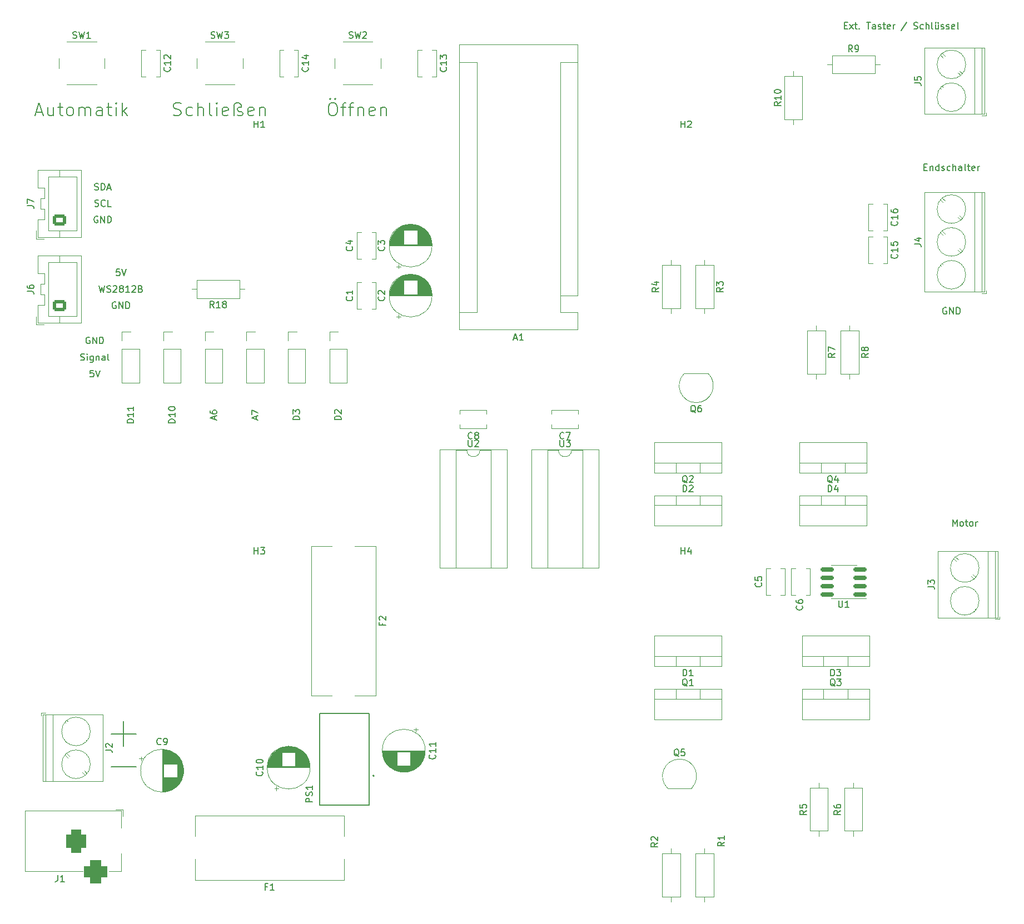
<source format=gbr>
G04 #@! TF.GenerationSoftware,KiCad,Pcbnew,(6.0.2)*
G04 #@! TF.CreationDate,2022-02-23T22:00:32+01:00*
G04 #@! TF.ProjectId,garagen_pcb,67617261-6765-46e5-9f70-63622e6b6963,rev?*
G04 #@! TF.SameCoordinates,Original*
G04 #@! TF.FileFunction,Legend,Top*
G04 #@! TF.FilePolarity,Positive*
%FSLAX46Y46*%
G04 Gerber Fmt 4.6, Leading zero omitted, Abs format (unit mm)*
G04 Created by KiCad (PCBNEW (6.0.2)) date 2022-02-23 22:00:32*
%MOMM*%
%LPD*%
G01*
G04 APERTURE LIST*
G04 Aperture macros list*
%AMRoundRect*
0 Rectangle with rounded corners*
0 $1 Rounding radius*
0 $2 $3 $4 $5 $6 $7 $8 $9 X,Y pos of 4 corners*
0 Add a 4 corners polygon primitive as box body*
4,1,4,$2,$3,$4,$5,$6,$7,$8,$9,$2,$3,0*
0 Add four circle primitives for the rounded corners*
1,1,$1+$1,$2,$3*
1,1,$1+$1,$4,$5*
1,1,$1+$1,$6,$7*
1,1,$1+$1,$8,$9*
0 Add four rect primitives between the rounded corners*
20,1,$1+$1,$2,$3,$4,$5,0*
20,1,$1+$1,$4,$5,$6,$7,0*
20,1,$1+$1,$6,$7,$8,$9,0*
20,1,$1+$1,$8,$9,$2,$3,0*%
G04 Aperture macros list end*
%ADD10C,0.150000*%
%ADD11C,0.120000*%
%ADD12C,0.127000*%
%ADD13C,0.200000*%
%ADD14C,1.600000*%
%ADD15O,1.600000X1.600000*%
%ADD16R,3.500000X3.500000*%
%ADD17RoundRect,0.750000X-0.750000X-1.000000X0.750000X-1.000000X0.750000X1.000000X-0.750000X1.000000X0*%
%ADD18RoundRect,0.875000X-0.875000X-0.875000X0.875000X-0.875000X0.875000X0.875000X-0.875000X0.875000X0*%
%ADD19RoundRect,0.250000X0.725000X-0.600000X0.725000X0.600000X-0.725000X0.600000X-0.725000X-0.600000X0*%
%ADD20O,1.950000X1.700000*%
%ADD21R,1.448000X1.448000*%
%ADD22C,1.448000*%
%ADD23RoundRect,0.150000X0.825000X0.150000X-0.825000X0.150000X-0.825000X-0.150000X0.825000X-0.150000X0*%
%ADD24R,1.600000X1.600000*%
%ADD25C,0.800000*%
%ADD26C,7.400000*%
%ADD27R,1.700000X1.700000*%
%ADD28O,1.700000X1.700000*%
%ADD29R,2.600000X2.600000*%
%ADD30C,2.600000*%
%ADD31R,2.000000X2.000000*%
%ADD32O,2.000000X2.000000*%
%ADD33R,1.050000X1.500000*%
%ADD34O,1.050000X1.500000*%
%ADD35C,2.700000*%
%ADD36C,3.000000*%
%ADD37R,1.905000X2.000000*%
%ADD38O,1.905000X2.000000*%
%ADD39C,2.000000*%
G04 APERTURE END LIST*
D10*
X43535838Y-128652542D02*
X47345361Y-128652542D01*
X45440600Y-130557304D02*
X45440600Y-126747780D01*
X65652946Y-80775084D02*
X65652946Y-80298894D01*
X65938660Y-80870322D02*
X64938660Y-80536989D01*
X65938660Y-80203656D01*
X64938660Y-79965560D02*
X64938660Y-79298894D01*
X65938660Y-79727465D01*
X72258180Y-80798895D02*
X71258180Y-80798895D01*
X71258180Y-80560800D01*
X71305800Y-80417942D01*
X71401038Y-80322704D01*
X71496276Y-80275085D01*
X71686752Y-80227466D01*
X71829609Y-80227466D01*
X72020085Y-80275085D01*
X72115323Y-80322704D01*
X72210561Y-80417942D01*
X72258180Y-80560800D01*
X72258180Y-80798895D01*
X71258180Y-79894133D02*
X71258180Y-79275085D01*
X71639133Y-79608419D01*
X71639133Y-79465561D01*
X71686752Y-79370323D01*
X71734371Y-79322704D01*
X71829609Y-79275085D01*
X72067704Y-79275085D01*
X72162942Y-79322704D01*
X72210561Y-79370323D01*
X72258180Y-79465561D01*
X72258180Y-79751276D01*
X72210561Y-79846514D01*
X72162942Y-79894133D01*
X77128080Y-32483561D02*
X77509032Y-32483561D01*
X77699508Y-32578800D01*
X77889984Y-32769276D01*
X77985222Y-33150228D01*
X77985222Y-33816895D01*
X77889984Y-34197847D01*
X77699508Y-34388323D01*
X77509032Y-34483561D01*
X77128080Y-34483561D01*
X76937603Y-34388323D01*
X76747127Y-34197847D01*
X76651889Y-33816895D01*
X76651889Y-33150228D01*
X76747127Y-32769276D01*
X76937603Y-32578800D01*
X77128080Y-32483561D01*
X76937603Y-31816895D02*
X77032841Y-31912133D01*
X76937603Y-32007371D01*
X76842365Y-31912133D01*
X76937603Y-31816895D01*
X76937603Y-32007371D01*
X77699508Y-31816895D02*
X77794746Y-31912133D01*
X77699508Y-32007371D01*
X77604270Y-31912133D01*
X77699508Y-31816895D01*
X77699508Y-32007371D01*
X78556651Y-33150228D02*
X79318556Y-33150228D01*
X78842365Y-34483561D02*
X78842365Y-32769276D01*
X78937603Y-32578800D01*
X79128080Y-32483561D01*
X79318556Y-32483561D01*
X79699508Y-33150228D02*
X80461413Y-33150228D01*
X79985222Y-34483561D02*
X79985222Y-32769276D01*
X80080460Y-32578800D01*
X80270937Y-32483561D01*
X80461413Y-32483561D01*
X81128080Y-33150228D02*
X81128080Y-34483561D01*
X81128080Y-33340704D02*
X81223318Y-33245466D01*
X81413794Y-33150228D01*
X81699508Y-33150228D01*
X81889984Y-33245466D01*
X81985222Y-33435942D01*
X81985222Y-34483561D01*
X83699508Y-34388323D02*
X83509032Y-34483561D01*
X83128080Y-34483561D01*
X82937603Y-34388323D01*
X82842365Y-34197847D01*
X82842365Y-33435942D01*
X82937603Y-33245466D01*
X83128080Y-33150228D01*
X83509032Y-33150228D01*
X83699508Y-33245466D01*
X83794746Y-33435942D01*
X83794746Y-33626419D01*
X82842365Y-33816895D01*
X84651889Y-33150228D02*
X84651889Y-34483561D01*
X84651889Y-33340704D02*
X84747127Y-33245466D01*
X84937603Y-33150228D01*
X85223318Y-33150228D01*
X85413794Y-33245466D01*
X85509032Y-33435942D01*
X85509032Y-34483561D01*
X59333426Y-80775084D02*
X59333426Y-80298894D01*
X59619140Y-80870322D02*
X58619140Y-80536989D01*
X59619140Y-80203656D01*
X58619140Y-79441751D02*
X58619140Y-79632227D01*
X58666760Y-79727465D01*
X58714379Y-79775084D01*
X58857236Y-79870322D01*
X59047712Y-79917941D01*
X59428664Y-79917941D01*
X59523902Y-79870322D01*
X59571521Y-79822703D01*
X59619140Y-79727465D01*
X59619140Y-79536989D01*
X59571521Y-79441751D01*
X59523902Y-79394132D01*
X59428664Y-79346513D01*
X59190569Y-79346513D01*
X59095331Y-79394132D01*
X59047712Y-79441751D01*
X59000093Y-79536989D01*
X59000093Y-79727465D01*
X59047712Y-79822703D01*
X59095331Y-79870322D01*
X59190569Y-79917941D01*
X32115219Y-33912133D02*
X33067600Y-33912133D01*
X31924742Y-34483561D02*
X32591409Y-32483561D01*
X33258076Y-34483561D01*
X34781885Y-33150228D02*
X34781885Y-34483561D01*
X33924742Y-33150228D02*
X33924742Y-34197847D01*
X34019980Y-34388323D01*
X34210457Y-34483561D01*
X34496171Y-34483561D01*
X34686647Y-34388323D01*
X34781885Y-34293085D01*
X35448552Y-33150228D02*
X36210457Y-33150228D01*
X35734266Y-32483561D02*
X35734266Y-34197847D01*
X35829504Y-34388323D01*
X36019980Y-34483561D01*
X36210457Y-34483561D01*
X37162838Y-34483561D02*
X36972361Y-34388323D01*
X36877123Y-34293085D01*
X36781885Y-34102609D01*
X36781885Y-33531180D01*
X36877123Y-33340704D01*
X36972361Y-33245466D01*
X37162838Y-33150228D01*
X37448552Y-33150228D01*
X37639028Y-33245466D01*
X37734266Y-33340704D01*
X37829504Y-33531180D01*
X37829504Y-34102609D01*
X37734266Y-34293085D01*
X37639028Y-34388323D01*
X37448552Y-34483561D01*
X37162838Y-34483561D01*
X38686647Y-34483561D02*
X38686647Y-33150228D01*
X38686647Y-33340704D02*
X38781885Y-33245466D01*
X38972361Y-33150228D01*
X39258076Y-33150228D01*
X39448552Y-33245466D01*
X39543790Y-33435942D01*
X39543790Y-34483561D01*
X39543790Y-33435942D02*
X39639028Y-33245466D01*
X39829504Y-33150228D01*
X40115219Y-33150228D01*
X40305695Y-33245466D01*
X40400933Y-33435942D01*
X40400933Y-34483561D01*
X42210457Y-34483561D02*
X42210457Y-33435942D01*
X42115219Y-33245466D01*
X41924742Y-33150228D01*
X41543790Y-33150228D01*
X41353314Y-33245466D01*
X42210457Y-34388323D02*
X42019980Y-34483561D01*
X41543790Y-34483561D01*
X41353314Y-34388323D01*
X41258076Y-34197847D01*
X41258076Y-34007371D01*
X41353314Y-33816895D01*
X41543790Y-33721657D01*
X42019980Y-33721657D01*
X42210457Y-33626419D01*
X42877123Y-33150228D02*
X43639028Y-33150228D01*
X43162838Y-32483561D02*
X43162838Y-34197847D01*
X43258076Y-34388323D01*
X43448552Y-34483561D01*
X43639028Y-34483561D01*
X44305695Y-34483561D02*
X44305695Y-33150228D01*
X44305695Y-32483561D02*
X44210457Y-32578800D01*
X44305695Y-32674038D01*
X44400933Y-32578800D01*
X44305695Y-32483561D01*
X44305695Y-32674038D01*
X45258076Y-34483561D02*
X45258076Y-32483561D01*
X45448552Y-33721657D02*
X46019980Y-34483561D01*
X46019980Y-33150228D02*
X45258076Y-33912133D01*
X171724866Y-96997780D02*
X171724866Y-95997780D01*
X172058200Y-96712066D01*
X172391533Y-95997780D01*
X172391533Y-96997780D01*
X173010580Y-96997780D02*
X172915342Y-96950161D01*
X172867723Y-96902542D01*
X172820104Y-96807304D01*
X172820104Y-96521590D01*
X172867723Y-96426352D01*
X172915342Y-96378733D01*
X173010580Y-96331114D01*
X173153438Y-96331114D01*
X173248676Y-96378733D01*
X173296295Y-96426352D01*
X173343914Y-96521590D01*
X173343914Y-96807304D01*
X173296295Y-96902542D01*
X173248676Y-96950161D01*
X173153438Y-96997780D01*
X173010580Y-96997780D01*
X173629628Y-96331114D02*
X174010580Y-96331114D01*
X173772485Y-95997780D02*
X173772485Y-96854923D01*
X173820104Y-96950161D01*
X173915342Y-96997780D01*
X174010580Y-96997780D01*
X174486771Y-96997780D02*
X174391533Y-96950161D01*
X174343914Y-96902542D01*
X174296295Y-96807304D01*
X174296295Y-96521590D01*
X174343914Y-96426352D01*
X174391533Y-96378733D01*
X174486771Y-96331114D01*
X174629628Y-96331114D01*
X174724866Y-96378733D01*
X174772485Y-96426352D01*
X174820104Y-96521590D01*
X174820104Y-96807304D01*
X174772485Y-96902542D01*
X174724866Y-96950161D01*
X174629628Y-96997780D01*
X174486771Y-96997780D01*
X175248676Y-96997780D02*
X175248676Y-96331114D01*
X175248676Y-96521590D02*
X175296295Y-96426352D01*
X175343914Y-96378733D01*
X175439152Y-96331114D01*
X175534390Y-96331114D01*
X38903542Y-71692161D02*
X39046400Y-71739780D01*
X39284495Y-71739780D01*
X39379733Y-71692161D01*
X39427352Y-71644542D01*
X39474971Y-71549304D01*
X39474971Y-71454066D01*
X39427352Y-71358828D01*
X39379733Y-71311209D01*
X39284495Y-71263590D01*
X39094019Y-71215971D01*
X38998780Y-71168352D01*
X38951161Y-71120733D01*
X38903542Y-71025495D01*
X38903542Y-70930257D01*
X38951161Y-70835019D01*
X38998780Y-70787400D01*
X39094019Y-70739780D01*
X39332114Y-70739780D01*
X39474971Y-70787400D01*
X39903542Y-71739780D02*
X39903542Y-71073114D01*
X39903542Y-70739780D02*
X39855923Y-70787400D01*
X39903542Y-70835019D01*
X39951161Y-70787400D01*
X39903542Y-70739780D01*
X39903542Y-70835019D01*
X40808304Y-71073114D02*
X40808304Y-71882638D01*
X40760685Y-71977876D01*
X40713066Y-72025495D01*
X40617828Y-72073114D01*
X40474971Y-72073114D01*
X40379733Y-72025495D01*
X40808304Y-71692161D02*
X40713066Y-71739780D01*
X40522590Y-71739780D01*
X40427352Y-71692161D01*
X40379733Y-71644542D01*
X40332114Y-71549304D01*
X40332114Y-71263590D01*
X40379733Y-71168352D01*
X40427352Y-71120733D01*
X40522590Y-71073114D01*
X40713066Y-71073114D01*
X40808304Y-71120733D01*
X41284495Y-71073114D02*
X41284495Y-71739780D01*
X41284495Y-71168352D02*
X41332114Y-71120733D01*
X41427352Y-71073114D01*
X41570209Y-71073114D01*
X41665447Y-71120733D01*
X41713066Y-71215971D01*
X41713066Y-71739780D01*
X42617828Y-71739780D02*
X42617828Y-71215971D01*
X42570209Y-71120733D01*
X42474971Y-71073114D01*
X42284495Y-71073114D01*
X42189257Y-71120733D01*
X42617828Y-71692161D02*
X42522590Y-71739780D01*
X42284495Y-71739780D01*
X42189257Y-71692161D01*
X42141638Y-71596923D01*
X42141638Y-71501685D01*
X42189257Y-71406447D01*
X42284495Y-71358828D01*
X42522590Y-71358828D01*
X42617828Y-71311209D01*
X43236876Y-71739780D02*
X43141638Y-71692161D01*
X43094019Y-71596923D01*
X43094019Y-70739780D01*
X53299620Y-81275084D02*
X52299620Y-81275084D01*
X52299620Y-81036989D01*
X52347240Y-80894132D01*
X52442478Y-80798894D01*
X52537716Y-80751275D01*
X52728192Y-80703656D01*
X52871049Y-80703656D01*
X53061525Y-80751275D01*
X53156763Y-80798894D01*
X53252001Y-80894132D01*
X53299620Y-81036989D01*
X53299620Y-81275084D01*
X53299620Y-79751275D02*
X53299620Y-80322703D01*
X53299620Y-80036989D02*
X52299620Y-80036989D01*
X52442478Y-80132227D01*
X52537716Y-80227465D01*
X52585335Y-80322703D01*
X52299620Y-79132227D02*
X52299620Y-79036989D01*
X52347240Y-78941751D01*
X52394859Y-78894132D01*
X52490097Y-78846513D01*
X52680573Y-78798894D01*
X52918668Y-78798894D01*
X53109144Y-78846513D01*
X53204382Y-78894132D01*
X53252001Y-78941751D01*
X53299620Y-79036989D01*
X53299620Y-79132227D01*
X53252001Y-79227465D01*
X53204382Y-79275084D01*
X53109144Y-79322703D01*
X52918668Y-79370322D01*
X52680573Y-79370322D01*
X52490097Y-79322703D01*
X52394859Y-79275084D01*
X52347240Y-79227465D01*
X52299620Y-79132227D01*
X41051314Y-45743761D02*
X41194171Y-45791380D01*
X41432266Y-45791380D01*
X41527504Y-45743761D01*
X41575123Y-45696142D01*
X41622742Y-45600904D01*
X41622742Y-45505666D01*
X41575123Y-45410428D01*
X41527504Y-45362809D01*
X41432266Y-45315190D01*
X41241790Y-45267571D01*
X41146552Y-45219952D01*
X41098933Y-45172333D01*
X41051314Y-45077095D01*
X41051314Y-44981857D01*
X41098933Y-44886619D01*
X41146552Y-44839000D01*
X41241790Y-44791380D01*
X41479885Y-44791380D01*
X41622742Y-44839000D01*
X42051314Y-45791380D02*
X42051314Y-44791380D01*
X42289409Y-44791380D01*
X42432266Y-44839000D01*
X42527504Y-44934238D01*
X42575123Y-45029476D01*
X42622742Y-45219952D01*
X42622742Y-45362809D01*
X42575123Y-45553285D01*
X42527504Y-45648523D01*
X42432266Y-45743761D01*
X42289409Y-45791380D01*
X42051314Y-45791380D01*
X43003695Y-45505666D02*
X43479885Y-45505666D01*
X42908457Y-45791380D02*
X43241790Y-44791380D01*
X43575123Y-45791380D01*
X40284495Y-68247400D02*
X40189257Y-68199780D01*
X40046400Y-68199780D01*
X39903542Y-68247400D01*
X39808304Y-68342638D01*
X39760685Y-68437876D01*
X39713066Y-68628352D01*
X39713066Y-68771209D01*
X39760685Y-68961685D01*
X39808304Y-69056923D01*
X39903542Y-69152161D01*
X40046400Y-69199780D01*
X40141638Y-69199780D01*
X40284495Y-69152161D01*
X40332114Y-69104542D01*
X40332114Y-68771209D01*
X40141638Y-68771209D01*
X40760685Y-69199780D02*
X40760685Y-68199780D01*
X41332114Y-69199780D01*
X41332114Y-68199780D01*
X41808304Y-69199780D02*
X41808304Y-68199780D01*
X42046400Y-68199780D01*
X42189257Y-68247400D01*
X42284495Y-68342638D01*
X42332114Y-68437876D01*
X42379733Y-68628352D01*
X42379733Y-68771209D01*
X42332114Y-68961685D01*
X42284495Y-69056923D01*
X42189257Y-69152161D01*
X42046400Y-69199780D01*
X41808304Y-69199780D01*
X41724676Y-60350780D02*
X41962771Y-61350780D01*
X42153247Y-60636495D01*
X42343723Y-61350780D01*
X42581819Y-60350780D01*
X42915152Y-61303161D02*
X43058009Y-61350780D01*
X43296104Y-61350780D01*
X43391342Y-61303161D01*
X43438961Y-61255542D01*
X43486580Y-61160304D01*
X43486580Y-61065066D01*
X43438961Y-60969828D01*
X43391342Y-60922209D01*
X43296104Y-60874590D01*
X43105628Y-60826971D01*
X43010390Y-60779352D01*
X42962771Y-60731733D01*
X42915152Y-60636495D01*
X42915152Y-60541257D01*
X42962771Y-60446019D01*
X43010390Y-60398400D01*
X43105628Y-60350780D01*
X43343723Y-60350780D01*
X43486580Y-60398400D01*
X43867533Y-60446019D02*
X43915152Y-60398400D01*
X44010390Y-60350780D01*
X44248485Y-60350780D01*
X44343723Y-60398400D01*
X44391342Y-60446019D01*
X44438961Y-60541257D01*
X44438961Y-60636495D01*
X44391342Y-60779352D01*
X43819914Y-61350780D01*
X44438961Y-61350780D01*
X45010390Y-60779352D02*
X44915152Y-60731733D01*
X44867533Y-60684114D01*
X44819914Y-60588876D01*
X44819914Y-60541257D01*
X44867533Y-60446019D01*
X44915152Y-60398400D01*
X45010390Y-60350780D01*
X45200866Y-60350780D01*
X45296104Y-60398400D01*
X45343723Y-60446019D01*
X45391342Y-60541257D01*
X45391342Y-60588876D01*
X45343723Y-60684114D01*
X45296104Y-60731733D01*
X45200866Y-60779352D01*
X45010390Y-60779352D01*
X44915152Y-60826971D01*
X44867533Y-60874590D01*
X44819914Y-60969828D01*
X44819914Y-61160304D01*
X44867533Y-61255542D01*
X44915152Y-61303161D01*
X45010390Y-61350780D01*
X45200866Y-61350780D01*
X45296104Y-61303161D01*
X45343723Y-61255542D01*
X45391342Y-61160304D01*
X45391342Y-60969828D01*
X45343723Y-60874590D01*
X45296104Y-60826971D01*
X45200866Y-60779352D01*
X46343723Y-61350780D02*
X45772295Y-61350780D01*
X46058009Y-61350780D02*
X46058009Y-60350780D01*
X45962771Y-60493638D01*
X45867533Y-60588876D01*
X45772295Y-60636495D01*
X46724676Y-60446019D02*
X46772295Y-60398400D01*
X46867533Y-60350780D01*
X47105628Y-60350780D01*
X47200866Y-60398400D01*
X47248485Y-60446019D01*
X47296104Y-60541257D01*
X47296104Y-60636495D01*
X47248485Y-60779352D01*
X46677057Y-61350780D01*
X47296104Y-61350780D01*
X48058009Y-60826971D02*
X48200866Y-60874590D01*
X48248485Y-60922209D01*
X48296104Y-61017447D01*
X48296104Y-61160304D01*
X48248485Y-61255542D01*
X48200866Y-61303161D01*
X48105628Y-61350780D01*
X47724676Y-61350780D01*
X47724676Y-60350780D01*
X48058009Y-60350780D01*
X48153247Y-60398400D01*
X48200866Y-60446019D01*
X48248485Y-60541257D01*
X48248485Y-60636495D01*
X48200866Y-60731733D01*
X48153247Y-60779352D01*
X48058009Y-60826971D01*
X47724676Y-60826971D01*
X46980100Y-81275084D02*
X45980100Y-81275084D01*
X45980100Y-81036989D01*
X46027720Y-80894132D01*
X46122958Y-80798894D01*
X46218196Y-80751275D01*
X46408672Y-80703656D01*
X46551529Y-80703656D01*
X46742005Y-80751275D01*
X46837243Y-80798894D01*
X46932481Y-80894132D01*
X46980100Y-81036989D01*
X46980100Y-81275084D01*
X46980100Y-79751275D02*
X46980100Y-80322703D01*
X46980100Y-80036989D02*
X45980100Y-80036989D01*
X46122958Y-80132227D01*
X46218196Y-80227465D01*
X46265815Y-80322703D01*
X46980100Y-78798894D02*
X46980100Y-79370322D01*
X46980100Y-79084608D02*
X45980100Y-79084608D01*
X46122958Y-79179846D01*
X46218196Y-79275084D01*
X46265815Y-79370322D01*
X41075123Y-48243761D02*
X41217980Y-48291380D01*
X41456076Y-48291380D01*
X41551314Y-48243761D01*
X41598933Y-48196142D01*
X41646552Y-48100904D01*
X41646552Y-48005666D01*
X41598933Y-47910428D01*
X41551314Y-47862809D01*
X41456076Y-47815190D01*
X41265600Y-47767571D01*
X41170361Y-47719952D01*
X41122742Y-47672333D01*
X41075123Y-47577095D01*
X41075123Y-47481857D01*
X41122742Y-47386619D01*
X41170361Y-47339000D01*
X41265600Y-47291380D01*
X41503695Y-47291380D01*
X41646552Y-47339000D01*
X42646552Y-48196142D02*
X42598933Y-48243761D01*
X42456076Y-48291380D01*
X42360838Y-48291380D01*
X42217980Y-48243761D01*
X42122742Y-48148523D01*
X42075123Y-48053285D01*
X42027504Y-47862809D01*
X42027504Y-47719952D01*
X42075123Y-47529476D01*
X42122742Y-47434238D01*
X42217980Y-47339000D01*
X42360838Y-47291380D01*
X42456076Y-47291380D01*
X42598933Y-47339000D01*
X42646552Y-47386619D01*
X43551314Y-48291380D02*
X43075123Y-48291380D01*
X43075123Y-47291380D01*
X44272295Y-62898400D02*
X44177057Y-62850780D01*
X44034200Y-62850780D01*
X43891342Y-62898400D01*
X43796104Y-62993638D01*
X43748485Y-63088876D01*
X43700866Y-63279352D01*
X43700866Y-63422209D01*
X43748485Y-63612685D01*
X43796104Y-63707923D01*
X43891342Y-63803161D01*
X44034200Y-63850780D01*
X44129438Y-63850780D01*
X44272295Y-63803161D01*
X44319914Y-63755542D01*
X44319914Y-63422209D01*
X44129438Y-63422209D01*
X44748485Y-63850780D02*
X44748485Y-62850780D01*
X45319914Y-63850780D01*
X45319914Y-62850780D01*
X45796104Y-63850780D02*
X45796104Y-62850780D01*
X46034200Y-62850780D01*
X46177057Y-62898400D01*
X46272295Y-62993638D01*
X46319914Y-63088876D01*
X46367533Y-63279352D01*
X46367533Y-63422209D01*
X46319914Y-63612685D01*
X46272295Y-63707923D01*
X46177057Y-63803161D01*
X46034200Y-63850780D01*
X45796104Y-63850780D01*
X53050220Y-34388323D02*
X53335935Y-34483561D01*
X53812125Y-34483561D01*
X54002601Y-34388323D01*
X54097840Y-34293085D01*
X54193078Y-34102609D01*
X54193078Y-33912133D01*
X54097840Y-33721657D01*
X54002601Y-33626419D01*
X53812125Y-33531180D01*
X53431173Y-33435942D01*
X53240697Y-33340704D01*
X53145459Y-33245466D01*
X53050220Y-33054990D01*
X53050220Y-32864514D01*
X53145459Y-32674038D01*
X53240697Y-32578800D01*
X53431173Y-32483561D01*
X53907363Y-32483561D01*
X54193078Y-32578800D01*
X55907363Y-34388323D02*
X55716887Y-34483561D01*
X55335935Y-34483561D01*
X55145459Y-34388323D01*
X55050220Y-34293085D01*
X54954982Y-34102609D01*
X54954982Y-33531180D01*
X55050220Y-33340704D01*
X55145459Y-33245466D01*
X55335935Y-33150228D01*
X55716887Y-33150228D01*
X55907363Y-33245466D01*
X56764506Y-34483561D02*
X56764506Y-32483561D01*
X57621649Y-34483561D02*
X57621649Y-33435942D01*
X57526411Y-33245466D01*
X57335935Y-33150228D01*
X57050220Y-33150228D01*
X56859744Y-33245466D01*
X56764506Y-33340704D01*
X58859744Y-34483561D02*
X58669268Y-34388323D01*
X58574030Y-34197847D01*
X58574030Y-32483561D01*
X59621649Y-34483561D02*
X59621649Y-33150228D01*
X59621649Y-32483561D02*
X59526411Y-32578800D01*
X59621649Y-32674038D01*
X59716887Y-32578800D01*
X59621649Y-32483561D01*
X59621649Y-32674038D01*
X61335935Y-34388323D02*
X61145459Y-34483561D01*
X60764506Y-34483561D01*
X60574030Y-34388323D01*
X60478792Y-34197847D01*
X60478792Y-33435942D01*
X60574030Y-33245466D01*
X60764506Y-33150228D01*
X61145459Y-33150228D01*
X61335935Y-33245466D01*
X61431173Y-33435942D01*
X61431173Y-33626419D01*
X60478792Y-33816895D01*
X62288316Y-34483561D02*
X62288316Y-32864514D01*
X62383554Y-32674038D01*
X62478792Y-32578800D01*
X62669268Y-32483561D01*
X62954982Y-32483561D01*
X63145459Y-32578800D01*
X63240697Y-32674038D01*
X63335935Y-32864514D01*
X63335935Y-33150228D01*
X63050220Y-33150228D01*
X62859744Y-33245466D01*
X62764506Y-33435942D01*
X62764506Y-33531180D01*
X62859744Y-33721657D01*
X63050220Y-33816895D01*
X63335935Y-33816895D01*
X63526411Y-33912133D01*
X63621649Y-34102609D01*
X63621649Y-34197847D01*
X63526411Y-34388323D01*
X63335935Y-34483561D01*
X62954982Y-34483561D01*
X62764506Y-34388323D01*
X65240697Y-34388323D02*
X65050220Y-34483561D01*
X64669268Y-34483561D01*
X64478792Y-34388323D01*
X64383554Y-34197847D01*
X64383554Y-33435942D01*
X64478792Y-33245466D01*
X64669268Y-33150228D01*
X65050220Y-33150228D01*
X65240697Y-33245466D01*
X65335935Y-33435942D01*
X65335935Y-33626419D01*
X64383554Y-33816895D01*
X66193078Y-33150228D02*
X66193078Y-34483561D01*
X66193078Y-33340704D02*
X66288316Y-33245466D01*
X66478792Y-33150228D01*
X66764506Y-33150228D01*
X66954982Y-33245466D01*
X67050220Y-33435942D01*
X67050220Y-34483561D01*
X167383342Y-42295771D02*
X167716676Y-42295771D01*
X167859533Y-42819580D02*
X167383342Y-42819580D01*
X167383342Y-41819580D01*
X167859533Y-41819580D01*
X168288104Y-42152914D02*
X168288104Y-42819580D01*
X168288104Y-42248152D02*
X168335723Y-42200533D01*
X168430961Y-42152914D01*
X168573819Y-42152914D01*
X168669057Y-42200533D01*
X168716676Y-42295771D01*
X168716676Y-42819580D01*
X169621438Y-42819580D02*
X169621438Y-41819580D01*
X169621438Y-42771961D02*
X169526200Y-42819580D01*
X169335723Y-42819580D01*
X169240485Y-42771961D01*
X169192866Y-42724342D01*
X169145247Y-42629104D01*
X169145247Y-42343390D01*
X169192866Y-42248152D01*
X169240485Y-42200533D01*
X169335723Y-42152914D01*
X169526200Y-42152914D01*
X169621438Y-42200533D01*
X170050009Y-42771961D02*
X170145247Y-42819580D01*
X170335723Y-42819580D01*
X170430961Y-42771961D01*
X170478580Y-42676723D01*
X170478580Y-42629104D01*
X170430961Y-42533866D01*
X170335723Y-42486247D01*
X170192866Y-42486247D01*
X170097628Y-42438628D01*
X170050009Y-42343390D01*
X170050009Y-42295771D01*
X170097628Y-42200533D01*
X170192866Y-42152914D01*
X170335723Y-42152914D01*
X170430961Y-42200533D01*
X171335723Y-42771961D02*
X171240485Y-42819580D01*
X171050009Y-42819580D01*
X170954771Y-42771961D01*
X170907152Y-42724342D01*
X170859533Y-42629104D01*
X170859533Y-42343390D01*
X170907152Y-42248152D01*
X170954771Y-42200533D01*
X171050009Y-42152914D01*
X171240485Y-42152914D01*
X171335723Y-42200533D01*
X171764295Y-42819580D02*
X171764295Y-41819580D01*
X172192866Y-42819580D02*
X172192866Y-42295771D01*
X172145247Y-42200533D01*
X172050009Y-42152914D01*
X171907152Y-42152914D01*
X171811914Y-42200533D01*
X171764295Y-42248152D01*
X173097628Y-42819580D02*
X173097628Y-42295771D01*
X173050009Y-42200533D01*
X172954771Y-42152914D01*
X172764295Y-42152914D01*
X172669057Y-42200533D01*
X173097628Y-42771961D02*
X173002390Y-42819580D01*
X172764295Y-42819580D01*
X172669057Y-42771961D01*
X172621438Y-42676723D01*
X172621438Y-42581485D01*
X172669057Y-42486247D01*
X172764295Y-42438628D01*
X173002390Y-42438628D01*
X173097628Y-42391009D01*
X173716676Y-42819580D02*
X173621438Y-42771961D01*
X173573819Y-42676723D01*
X173573819Y-41819580D01*
X173954771Y-42152914D02*
X174335723Y-42152914D01*
X174097628Y-41819580D02*
X174097628Y-42676723D01*
X174145247Y-42771961D01*
X174240485Y-42819580D01*
X174335723Y-42819580D01*
X175050009Y-42771961D02*
X174954771Y-42819580D01*
X174764295Y-42819580D01*
X174669057Y-42771961D01*
X174621438Y-42676723D01*
X174621438Y-42295771D01*
X174669057Y-42200533D01*
X174764295Y-42152914D01*
X174954771Y-42152914D01*
X175050009Y-42200533D01*
X175097628Y-42295771D01*
X175097628Y-42391009D01*
X174621438Y-42486247D01*
X175526200Y-42819580D02*
X175526200Y-42152914D01*
X175526200Y-42343390D02*
X175573819Y-42248152D01*
X175621438Y-42200533D01*
X175716676Y-42152914D01*
X175811914Y-42152914D01*
X40855923Y-73279780D02*
X40379733Y-73279780D01*
X40332114Y-73755971D01*
X40379733Y-73708352D01*
X40474971Y-73660733D01*
X40713066Y-73660733D01*
X40808304Y-73708352D01*
X40855923Y-73755971D01*
X40903542Y-73851209D01*
X40903542Y-74089304D01*
X40855923Y-74184542D01*
X40808304Y-74232161D01*
X40713066Y-74279780D01*
X40474971Y-74279780D01*
X40379733Y-74232161D01*
X40332114Y-74184542D01*
X41189257Y-73279780D02*
X41522590Y-74279780D01*
X41855923Y-73279780D01*
X78577700Y-80798895D02*
X77577700Y-80798895D01*
X77577700Y-80560800D01*
X77625320Y-80417942D01*
X77720558Y-80322704D01*
X77815796Y-80275085D01*
X78006272Y-80227466D01*
X78149129Y-80227466D01*
X78339605Y-80275085D01*
X78434843Y-80322704D01*
X78530081Y-80417942D01*
X78577700Y-80560800D01*
X78577700Y-80798895D01*
X77672939Y-79846514D02*
X77625320Y-79798895D01*
X77577700Y-79703657D01*
X77577700Y-79465561D01*
X77625320Y-79370323D01*
X77672939Y-79322704D01*
X77768177Y-79275085D01*
X77863415Y-79275085D01*
X78006272Y-79322704D01*
X78577700Y-79894133D01*
X78577700Y-79275085D01*
X170764295Y-63736600D02*
X170669057Y-63688980D01*
X170526200Y-63688980D01*
X170383342Y-63736600D01*
X170288104Y-63831838D01*
X170240485Y-63927076D01*
X170192866Y-64117552D01*
X170192866Y-64260409D01*
X170240485Y-64450885D01*
X170288104Y-64546123D01*
X170383342Y-64641361D01*
X170526200Y-64688980D01*
X170621438Y-64688980D01*
X170764295Y-64641361D01*
X170811914Y-64593742D01*
X170811914Y-64260409D01*
X170621438Y-64260409D01*
X171240485Y-64688980D02*
X171240485Y-63688980D01*
X171811914Y-64688980D01*
X171811914Y-63688980D01*
X172288104Y-64688980D02*
X172288104Y-63688980D01*
X172526200Y-63688980D01*
X172669057Y-63736600D01*
X172764295Y-63831838D01*
X172811914Y-63927076D01*
X172859533Y-64117552D01*
X172859533Y-64260409D01*
X172811914Y-64450885D01*
X172764295Y-64546123D01*
X172669057Y-64641361D01*
X172526200Y-64688980D01*
X172288104Y-64688980D01*
X43535838Y-133652542D02*
X47345361Y-133652542D01*
X44843723Y-57850780D02*
X44367533Y-57850780D01*
X44319914Y-58326971D01*
X44367533Y-58279352D01*
X44462771Y-58231733D01*
X44700866Y-58231733D01*
X44796104Y-58279352D01*
X44843723Y-58326971D01*
X44891342Y-58422209D01*
X44891342Y-58660304D01*
X44843723Y-58755542D01*
X44796104Y-58803161D01*
X44700866Y-58850780D01*
X44462771Y-58850780D01*
X44367533Y-58803161D01*
X44319914Y-58755542D01*
X45177057Y-57850780D02*
X45510390Y-58850780D01*
X45843723Y-57850780D01*
X155227389Y-20731171D02*
X155560723Y-20731171D01*
X155703580Y-21254980D02*
X155227389Y-21254980D01*
X155227389Y-20254980D01*
X155703580Y-20254980D01*
X156036913Y-21254980D02*
X156560723Y-20588314D01*
X156036913Y-20588314D02*
X156560723Y-21254980D01*
X156798818Y-20588314D02*
X157179770Y-20588314D01*
X156941675Y-20254980D02*
X156941675Y-21112123D01*
X156989294Y-21207361D01*
X157084532Y-21254980D01*
X157179770Y-21254980D01*
X157513104Y-21159742D02*
X157560723Y-21207361D01*
X157513104Y-21254980D01*
X157465485Y-21207361D01*
X157513104Y-21159742D01*
X157513104Y-21254980D01*
X158608342Y-20254980D02*
X159179770Y-20254980D01*
X158894056Y-21254980D02*
X158894056Y-20254980D01*
X159941675Y-21254980D02*
X159941675Y-20731171D01*
X159894056Y-20635933D01*
X159798818Y-20588314D01*
X159608342Y-20588314D01*
X159513104Y-20635933D01*
X159941675Y-21207361D02*
X159846437Y-21254980D01*
X159608342Y-21254980D01*
X159513104Y-21207361D01*
X159465485Y-21112123D01*
X159465485Y-21016885D01*
X159513104Y-20921647D01*
X159608342Y-20874028D01*
X159846437Y-20874028D01*
X159941675Y-20826409D01*
X160370247Y-21207361D02*
X160465485Y-21254980D01*
X160655961Y-21254980D01*
X160751199Y-21207361D01*
X160798818Y-21112123D01*
X160798818Y-21064504D01*
X160751199Y-20969266D01*
X160655961Y-20921647D01*
X160513104Y-20921647D01*
X160417866Y-20874028D01*
X160370247Y-20778790D01*
X160370247Y-20731171D01*
X160417866Y-20635933D01*
X160513104Y-20588314D01*
X160655961Y-20588314D01*
X160751199Y-20635933D01*
X161084532Y-20588314D02*
X161465485Y-20588314D01*
X161227389Y-20254980D02*
X161227389Y-21112123D01*
X161275008Y-21207361D01*
X161370247Y-21254980D01*
X161465485Y-21254980D01*
X162179770Y-21207361D02*
X162084532Y-21254980D01*
X161894056Y-21254980D01*
X161798818Y-21207361D01*
X161751199Y-21112123D01*
X161751199Y-20731171D01*
X161798818Y-20635933D01*
X161894056Y-20588314D01*
X162084532Y-20588314D01*
X162179770Y-20635933D01*
X162227389Y-20731171D01*
X162227389Y-20826409D01*
X161751199Y-20921647D01*
X162655961Y-21254980D02*
X162655961Y-20588314D01*
X162655961Y-20778790D02*
X162703580Y-20683552D01*
X162751199Y-20635933D01*
X162846437Y-20588314D01*
X162941675Y-20588314D01*
X164751199Y-20207361D02*
X163894056Y-21493076D01*
X165798818Y-21207361D02*
X165941675Y-21254980D01*
X166179770Y-21254980D01*
X166275008Y-21207361D01*
X166322627Y-21159742D01*
X166370247Y-21064504D01*
X166370247Y-20969266D01*
X166322627Y-20874028D01*
X166275008Y-20826409D01*
X166179770Y-20778790D01*
X165989294Y-20731171D01*
X165894056Y-20683552D01*
X165846437Y-20635933D01*
X165798818Y-20540695D01*
X165798818Y-20445457D01*
X165846437Y-20350219D01*
X165894056Y-20302600D01*
X165989294Y-20254980D01*
X166227389Y-20254980D01*
X166370247Y-20302600D01*
X167227389Y-21207361D02*
X167132151Y-21254980D01*
X166941675Y-21254980D01*
X166846437Y-21207361D01*
X166798818Y-21159742D01*
X166751199Y-21064504D01*
X166751199Y-20778790D01*
X166798818Y-20683552D01*
X166846437Y-20635933D01*
X166941675Y-20588314D01*
X167132151Y-20588314D01*
X167227389Y-20635933D01*
X167655961Y-21254980D02*
X167655961Y-20254980D01*
X168084532Y-21254980D02*
X168084532Y-20731171D01*
X168036913Y-20635933D01*
X167941675Y-20588314D01*
X167798818Y-20588314D01*
X167703580Y-20635933D01*
X167655961Y-20683552D01*
X168703580Y-21254980D02*
X168608342Y-21207361D01*
X168560723Y-21112123D01*
X168560723Y-20254980D01*
X169513104Y-20588314D02*
X169513104Y-21254980D01*
X169084532Y-20588314D02*
X169084532Y-21112123D01*
X169132151Y-21207361D01*
X169227389Y-21254980D01*
X169370247Y-21254980D01*
X169465485Y-21207361D01*
X169513104Y-21159742D01*
X169132151Y-20254980D02*
X169179770Y-20302600D01*
X169132151Y-20350219D01*
X169084532Y-20302600D01*
X169132151Y-20254980D01*
X169132151Y-20350219D01*
X169513104Y-20254980D02*
X169560723Y-20302600D01*
X169513104Y-20350219D01*
X169465485Y-20302600D01*
X169513104Y-20254980D01*
X169513104Y-20350219D01*
X169941675Y-21207361D02*
X170036913Y-21254980D01*
X170227389Y-21254980D01*
X170322627Y-21207361D01*
X170370247Y-21112123D01*
X170370247Y-21064504D01*
X170322627Y-20969266D01*
X170227389Y-20921647D01*
X170084532Y-20921647D01*
X169989294Y-20874028D01*
X169941675Y-20778790D01*
X169941675Y-20731171D01*
X169989294Y-20635933D01*
X170084532Y-20588314D01*
X170227389Y-20588314D01*
X170322627Y-20635933D01*
X170751199Y-21207361D02*
X170846437Y-21254980D01*
X171036913Y-21254980D01*
X171132151Y-21207361D01*
X171179770Y-21112123D01*
X171179770Y-21064504D01*
X171132151Y-20969266D01*
X171036913Y-20921647D01*
X170894056Y-20921647D01*
X170798818Y-20874028D01*
X170751199Y-20778790D01*
X170751199Y-20731171D01*
X170798818Y-20635933D01*
X170894056Y-20588314D01*
X171036913Y-20588314D01*
X171132151Y-20635933D01*
X171989294Y-21207361D02*
X171894056Y-21254980D01*
X171703580Y-21254980D01*
X171608342Y-21207361D01*
X171560723Y-21112123D01*
X171560723Y-20731171D01*
X171608342Y-20635933D01*
X171703580Y-20588314D01*
X171894056Y-20588314D01*
X171989294Y-20635933D01*
X172036913Y-20731171D01*
X172036913Y-20826409D01*
X171560723Y-20921647D01*
X172608342Y-21254980D02*
X172513104Y-21207361D01*
X172465485Y-21112123D01*
X172465485Y-20254980D01*
X41503695Y-49839000D02*
X41408457Y-49791380D01*
X41265600Y-49791380D01*
X41122742Y-49839000D01*
X41027504Y-49934238D01*
X40979885Y-50029476D01*
X40932266Y-50219952D01*
X40932266Y-50362809D01*
X40979885Y-50553285D01*
X41027504Y-50648523D01*
X41122742Y-50743761D01*
X41265600Y-50791380D01*
X41360838Y-50791380D01*
X41503695Y-50743761D01*
X41551314Y-50696142D01*
X41551314Y-50362809D01*
X41360838Y-50362809D01*
X41979885Y-50791380D02*
X41979885Y-49791380D01*
X42551314Y-50791380D01*
X42551314Y-49791380D01*
X43027504Y-50791380D02*
X43027504Y-49791380D01*
X43265600Y-49791380D01*
X43408457Y-49839000D01*
X43503695Y-49934238D01*
X43551314Y-50029476D01*
X43598933Y-50219952D01*
X43598933Y-50362809D01*
X43551314Y-50553285D01*
X43503695Y-50648523D01*
X43408457Y-50743761D01*
X43265600Y-50791380D01*
X43027504Y-50791380D01*
X158854580Y-70681866D02*
X158378390Y-71015200D01*
X158854580Y-71253295D02*
X157854580Y-71253295D01*
X157854580Y-70872342D01*
X157902200Y-70777104D01*
X157949819Y-70729485D01*
X158045057Y-70681866D01*
X158187914Y-70681866D01*
X158283152Y-70729485D01*
X158330771Y-70777104D01*
X158378390Y-70872342D01*
X158378390Y-71253295D01*
X158283152Y-70110438D02*
X158235533Y-70205676D01*
X158187914Y-70253295D01*
X158092676Y-70300914D01*
X158045057Y-70300914D01*
X157949819Y-70253295D01*
X157902200Y-70205676D01*
X157854580Y-70110438D01*
X157854580Y-69919961D01*
X157902200Y-69824723D01*
X157949819Y-69777104D01*
X158045057Y-69729485D01*
X158092676Y-69729485D01*
X158187914Y-69777104D01*
X158235533Y-69824723D01*
X158283152Y-69919961D01*
X158283152Y-70110438D01*
X158330771Y-70205676D01*
X158378390Y-70253295D01*
X158473628Y-70300914D01*
X158664104Y-70300914D01*
X158759342Y-70253295D01*
X158806961Y-70205676D01*
X158854580Y-70110438D01*
X158854580Y-69919961D01*
X158806961Y-69824723D01*
X158759342Y-69777104D01*
X158664104Y-69729485D01*
X158473628Y-69729485D01*
X158378390Y-69777104D01*
X158330771Y-69824723D01*
X158283152Y-69919961D01*
X35418266Y-150193280D02*
X35418266Y-150907566D01*
X35370647Y-151050423D01*
X35275409Y-151145661D01*
X35132552Y-151193280D01*
X35037314Y-151193280D01*
X36418266Y-151193280D02*
X35846838Y-151193280D01*
X36132552Y-151193280D02*
X36132552Y-150193280D01*
X36037314Y-150336138D01*
X35942076Y-150431376D01*
X35846838Y-150478995D01*
X30764780Y-48172333D02*
X31479066Y-48172333D01*
X31621923Y-48219952D01*
X31717161Y-48315190D01*
X31764780Y-48458047D01*
X31764780Y-48553285D01*
X30764780Y-47791380D02*
X30764780Y-47124714D01*
X31764780Y-47553285D01*
X73520102Y-27104257D02*
X73567721Y-27151876D01*
X73615340Y-27294733D01*
X73615340Y-27389971D01*
X73567721Y-27532828D01*
X73472483Y-27628066D01*
X73377245Y-27675685D01*
X73186769Y-27723304D01*
X73043912Y-27723304D01*
X72853436Y-27675685D01*
X72758198Y-27628066D01*
X72662960Y-27532828D01*
X72615340Y-27389971D01*
X72615340Y-27294733D01*
X72662960Y-27151876D01*
X72710579Y-27104257D01*
X73615340Y-26151876D02*
X73615340Y-26723304D01*
X73615340Y-26437590D02*
X72615340Y-26437590D01*
X72758198Y-26532828D01*
X72853436Y-26628066D01*
X72901055Y-26723304D01*
X72948674Y-25294733D02*
X73615340Y-25294733D01*
X72567721Y-25532828D02*
X73282007Y-25770923D01*
X73282007Y-25151876D01*
X74213980Y-139034685D02*
X73213980Y-139034685D01*
X73213980Y-138653733D01*
X73261600Y-138558495D01*
X73309219Y-138510876D01*
X73404457Y-138463257D01*
X73547314Y-138463257D01*
X73642552Y-138510876D01*
X73690171Y-138558495D01*
X73737790Y-138653733D01*
X73737790Y-139034685D01*
X74166361Y-138082304D02*
X74213980Y-137939447D01*
X74213980Y-137701352D01*
X74166361Y-137606114D01*
X74118742Y-137558495D01*
X74023504Y-137510876D01*
X73928266Y-137510876D01*
X73833028Y-137558495D01*
X73785409Y-137606114D01*
X73737790Y-137701352D01*
X73690171Y-137891828D01*
X73642552Y-137987066D01*
X73594933Y-138034685D01*
X73499695Y-138082304D01*
X73404457Y-138082304D01*
X73309219Y-138034685D01*
X73261600Y-137987066D01*
X73213980Y-137891828D01*
X73213980Y-137653733D01*
X73261600Y-137510876D01*
X74213980Y-136558495D02*
X74213980Y-137129923D01*
X74213980Y-136844209D02*
X73213980Y-136844209D01*
X73356838Y-136939447D01*
X73452076Y-137034685D01*
X73499695Y-137129923D01*
X154355895Y-108346380D02*
X154355895Y-109155904D01*
X154403514Y-109251142D01*
X154451133Y-109298761D01*
X154546371Y-109346380D01*
X154736847Y-109346380D01*
X154832085Y-109298761D01*
X154879704Y-109251142D01*
X154927323Y-109155904D01*
X154927323Y-108346380D01*
X155927323Y-109346380D02*
X155355895Y-109346380D01*
X155641609Y-109346380D02*
X155641609Y-108346380D01*
X155546371Y-108489238D01*
X155451133Y-108584476D01*
X155355895Y-108632095D01*
X111915245Y-83883780D02*
X111915245Y-84693304D01*
X111962864Y-84788542D01*
X112010483Y-84836161D01*
X112105721Y-84883780D01*
X112296197Y-84883780D01*
X112391435Y-84836161D01*
X112439054Y-84788542D01*
X112486673Y-84693304D01*
X112486673Y-83883780D01*
X112867626Y-83883780D02*
X113486673Y-83883780D01*
X113153340Y-84264733D01*
X113296197Y-84264733D01*
X113391435Y-84312352D01*
X113439054Y-84359971D01*
X113486673Y-84455209D01*
X113486673Y-84693304D01*
X113439054Y-84788542D01*
X113391435Y-84836161D01*
X113296197Y-84883780D01*
X113010483Y-84883780D01*
X112915245Y-84836161D01*
X112867626Y-84788542D01*
X163231942Y-55592257D02*
X163279561Y-55639876D01*
X163327180Y-55782733D01*
X163327180Y-55877971D01*
X163279561Y-56020828D01*
X163184323Y-56116066D01*
X163089085Y-56163685D01*
X162898609Y-56211304D01*
X162755752Y-56211304D01*
X162565276Y-56163685D01*
X162470038Y-56116066D01*
X162374800Y-56020828D01*
X162327180Y-55877971D01*
X162327180Y-55782733D01*
X162374800Y-55639876D01*
X162422419Y-55592257D01*
X163327180Y-54639876D02*
X163327180Y-55211304D01*
X163327180Y-54925590D02*
X162327180Y-54925590D01*
X162470038Y-55020828D01*
X162565276Y-55116066D01*
X162612895Y-55211304D01*
X162327180Y-53735114D02*
X162327180Y-54211304D01*
X162803371Y-54258923D01*
X162755752Y-54211304D01*
X162708133Y-54116066D01*
X162708133Y-53877971D01*
X162755752Y-53782733D01*
X162803371Y-53735114D01*
X162898609Y-53687495D01*
X163136704Y-53687495D01*
X163231942Y-53735114D01*
X163279561Y-53782733D01*
X163327180Y-53877971D01*
X163327180Y-54116066D01*
X163279561Y-54211304D01*
X163231942Y-54258923D01*
X130352895Y-101263980D02*
X130352895Y-100263980D01*
X130352895Y-100740171D02*
X130924323Y-100740171D01*
X130924323Y-101263980D02*
X130924323Y-100263980D01*
X131829085Y-100597314D02*
X131829085Y-101263980D01*
X131590990Y-100216361D02*
X131352895Y-100930647D01*
X131971942Y-100930647D01*
X142536342Y-105660666D02*
X142583961Y-105708285D01*
X142631580Y-105851142D01*
X142631580Y-105946380D01*
X142583961Y-106089238D01*
X142488723Y-106184476D01*
X142393485Y-106232095D01*
X142203009Y-106279714D01*
X142060152Y-106279714D01*
X141869676Y-106232095D01*
X141774438Y-106184476D01*
X141679200Y-106089238D01*
X141631580Y-105946380D01*
X141631580Y-105851142D01*
X141679200Y-105708285D01*
X141726819Y-105660666D01*
X141631580Y-104755904D02*
X141631580Y-105232095D01*
X142107771Y-105279714D01*
X142060152Y-105232095D01*
X142012533Y-105136857D01*
X142012533Y-104898761D01*
X142060152Y-104803523D01*
X142107771Y-104755904D01*
X142203009Y-104708285D01*
X142441104Y-104708285D01*
X142536342Y-104755904D01*
X142583961Y-104803523D01*
X142631580Y-104898761D01*
X142631580Y-105136857D01*
X142583961Y-105232095D01*
X142536342Y-105279714D01*
X145546780Y-32371257D02*
X145070590Y-32704590D01*
X145546780Y-32942685D02*
X144546780Y-32942685D01*
X144546780Y-32561733D01*
X144594400Y-32466495D01*
X144642019Y-32418876D01*
X144737257Y-32371257D01*
X144880114Y-32371257D01*
X144975352Y-32418876D01*
X145022971Y-32466495D01*
X145070590Y-32561733D01*
X145070590Y-32942685D01*
X145546780Y-31418876D02*
X145546780Y-31990304D01*
X145546780Y-31704590D02*
X144546780Y-31704590D01*
X144689638Y-31799828D01*
X144784876Y-31895066D01*
X144832495Y-31990304D01*
X144546780Y-30799828D02*
X144546780Y-30704590D01*
X144594400Y-30609352D01*
X144642019Y-30561733D01*
X144737257Y-30514114D01*
X144927733Y-30466495D01*
X145165828Y-30466495D01*
X145356304Y-30514114D01*
X145451542Y-30561733D01*
X145499161Y-30609352D01*
X145546780Y-30704590D01*
X145546780Y-30799828D01*
X145499161Y-30895066D01*
X145451542Y-30942685D01*
X145356304Y-30990304D01*
X145165828Y-31037923D01*
X144927733Y-31037923D01*
X144737257Y-30990304D01*
X144642019Y-30942685D01*
X144594400Y-30895066D01*
X144546780Y-30799828D01*
X148769342Y-109158066D02*
X148816961Y-109205685D01*
X148864580Y-109348542D01*
X148864580Y-109443780D01*
X148816961Y-109586638D01*
X148721723Y-109681876D01*
X148626485Y-109729495D01*
X148436009Y-109777114D01*
X148293152Y-109777114D01*
X148102676Y-109729495D01*
X148007438Y-109681876D01*
X147912200Y-109586638D01*
X147864580Y-109443780D01*
X147864580Y-109348542D01*
X147912200Y-109205685D01*
X147959819Y-109158066D01*
X147864580Y-108300923D02*
X147864580Y-108491400D01*
X147912200Y-108586638D01*
X147959819Y-108634257D01*
X148102676Y-108729495D01*
X148293152Y-108777114D01*
X148674104Y-108777114D01*
X148769342Y-108729495D01*
X148816961Y-108681876D01*
X148864580Y-108586638D01*
X148864580Y-108396161D01*
X148816961Y-108300923D01*
X148769342Y-108253304D01*
X148674104Y-108205685D01*
X148436009Y-108205685D01*
X148340771Y-108253304D01*
X148293152Y-108300923D01*
X148245533Y-108396161D01*
X148245533Y-108586638D01*
X148293152Y-108681876D01*
X148340771Y-108729495D01*
X148436009Y-108777114D01*
X97955245Y-83883780D02*
X97955245Y-84693304D01*
X98002864Y-84788542D01*
X98050483Y-84836161D01*
X98145721Y-84883780D01*
X98336197Y-84883780D01*
X98431435Y-84836161D01*
X98479054Y-84788542D01*
X98526673Y-84693304D01*
X98526673Y-83883780D01*
X98955245Y-83979019D02*
X99002864Y-83931400D01*
X99098102Y-83883780D01*
X99336197Y-83883780D01*
X99431435Y-83931400D01*
X99479054Y-83979019D01*
X99526673Y-84074257D01*
X99526673Y-84169495D01*
X99479054Y-84312352D01*
X98907626Y-84883780D01*
X99526673Y-84883780D01*
X163231942Y-50592257D02*
X163279561Y-50639876D01*
X163327180Y-50782733D01*
X163327180Y-50877971D01*
X163279561Y-51020828D01*
X163184323Y-51116066D01*
X163089085Y-51163685D01*
X162898609Y-51211304D01*
X162755752Y-51211304D01*
X162565276Y-51163685D01*
X162470038Y-51116066D01*
X162374800Y-51020828D01*
X162327180Y-50877971D01*
X162327180Y-50782733D01*
X162374800Y-50639876D01*
X162422419Y-50592257D01*
X163327180Y-49639876D02*
X163327180Y-50211304D01*
X163327180Y-49925590D02*
X162327180Y-49925590D01*
X162470038Y-50020828D01*
X162565276Y-50116066D01*
X162612895Y-50211304D01*
X162327180Y-48782733D02*
X162327180Y-48973209D01*
X162374800Y-49068447D01*
X162422419Y-49116066D01*
X162565276Y-49211304D01*
X162755752Y-49258923D01*
X163136704Y-49258923D01*
X163231942Y-49211304D01*
X163279561Y-49163685D01*
X163327180Y-49068447D01*
X163327180Y-48877971D01*
X163279561Y-48782733D01*
X163231942Y-48735114D01*
X163136704Y-48687495D01*
X162898609Y-48687495D01*
X162803371Y-48735114D01*
X162755752Y-48782733D01*
X162708133Y-48877971D01*
X162708133Y-49068447D01*
X162755752Y-49163685D01*
X162803371Y-49211304D01*
X162898609Y-49258923D01*
X52489862Y-27104257D02*
X52537481Y-27151876D01*
X52585100Y-27294733D01*
X52585100Y-27389971D01*
X52537481Y-27532828D01*
X52442243Y-27628066D01*
X52347005Y-27675685D01*
X52156529Y-27723304D01*
X52013672Y-27723304D01*
X51823196Y-27675685D01*
X51727958Y-27628066D01*
X51632720Y-27532828D01*
X51585100Y-27389971D01*
X51585100Y-27294733D01*
X51632720Y-27151876D01*
X51680339Y-27104257D01*
X52585100Y-26151876D02*
X52585100Y-26723304D01*
X52585100Y-26437590D02*
X51585100Y-26437590D01*
X51727958Y-26532828D01*
X51823196Y-26628066D01*
X51870815Y-26723304D01*
X51680339Y-25770923D02*
X51632720Y-25723304D01*
X51585100Y-25628066D01*
X51585100Y-25389971D01*
X51632720Y-25294733D01*
X51680339Y-25247114D01*
X51775577Y-25199495D01*
X51870815Y-25199495D01*
X52013672Y-25247114D01*
X52585100Y-25818542D01*
X52585100Y-25199495D01*
X165918580Y-29481733D02*
X166632866Y-29481733D01*
X166775723Y-29529352D01*
X166870961Y-29624590D01*
X166918580Y-29767447D01*
X166918580Y-29862685D01*
X165918580Y-28529352D02*
X165918580Y-29005542D01*
X166394771Y-29053161D01*
X166347152Y-29005542D01*
X166299533Y-28910304D01*
X166299533Y-28672209D01*
X166347152Y-28576971D01*
X166394771Y-28529352D01*
X166490009Y-28481733D01*
X166728104Y-28481733D01*
X166823342Y-28529352D01*
X166870961Y-28576971D01*
X166918580Y-28672209D01*
X166918580Y-28910304D01*
X166870961Y-29005542D01*
X166823342Y-29053161D01*
X153774580Y-70681866D02*
X153298390Y-71015200D01*
X153774580Y-71253295D02*
X152774580Y-71253295D01*
X152774580Y-70872342D01*
X152822200Y-70777104D01*
X152869819Y-70729485D01*
X152965057Y-70681866D01*
X153107914Y-70681866D01*
X153203152Y-70729485D01*
X153250771Y-70777104D01*
X153298390Y-70872342D01*
X153298390Y-71253295D01*
X152774580Y-70348533D02*
X152774580Y-69681866D01*
X153774580Y-70110438D01*
X59199542Y-63720780D02*
X58866209Y-63244590D01*
X58628114Y-63720780D02*
X58628114Y-62720780D01*
X59009066Y-62720780D01*
X59104304Y-62768400D01*
X59151923Y-62816019D01*
X59199542Y-62911257D01*
X59199542Y-63054114D01*
X59151923Y-63149352D01*
X59104304Y-63196971D01*
X59009066Y-63244590D01*
X58628114Y-63244590D01*
X60151923Y-63720780D02*
X59580495Y-63720780D01*
X59866209Y-63720780D02*
X59866209Y-62720780D01*
X59770971Y-62863638D01*
X59675733Y-62958876D01*
X59580495Y-63006495D01*
X60723352Y-63149352D02*
X60628114Y-63101733D01*
X60580495Y-63054114D01*
X60532876Y-62958876D01*
X60532876Y-62911257D01*
X60580495Y-62816019D01*
X60628114Y-62768400D01*
X60723352Y-62720780D01*
X60913828Y-62720780D01*
X61009066Y-62768400D01*
X61056685Y-62816019D01*
X61104304Y-62911257D01*
X61104304Y-62958876D01*
X61056685Y-63054114D01*
X61009066Y-63101733D01*
X60913828Y-63149352D01*
X60723352Y-63149352D01*
X60628114Y-63196971D01*
X60580495Y-63244590D01*
X60532876Y-63339828D01*
X60532876Y-63530304D01*
X60580495Y-63625542D01*
X60628114Y-63673161D01*
X60723352Y-63720780D01*
X60913828Y-63720780D01*
X61009066Y-63673161D01*
X61056685Y-63625542D01*
X61104304Y-63530304D01*
X61104304Y-63339828D01*
X61056685Y-63244590D01*
X61009066Y-63196971D01*
X60913828Y-63149352D01*
X30764780Y-61231733D02*
X31479066Y-61231733D01*
X31621923Y-61279352D01*
X31717161Y-61374590D01*
X31764780Y-61517447D01*
X31764780Y-61612685D01*
X30764780Y-60326971D02*
X30764780Y-60517447D01*
X30812400Y-60612685D01*
X30860019Y-60660304D01*
X31002876Y-60755542D01*
X31193352Y-60803161D01*
X31574304Y-60803161D01*
X31669542Y-60755542D01*
X31717161Y-60707923D01*
X31764780Y-60612685D01*
X31764780Y-60422209D01*
X31717161Y-60326971D01*
X31669542Y-60279352D01*
X31574304Y-60231733D01*
X31336209Y-60231733D01*
X31240971Y-60279352D01*
X31193352Y-60326971D01*
X31145733Y-60422209D01*
X31145733Y-60612685D01*
X31193352Y-60707923D01*
X31240971Y-60755542D01*
X31336209Y-60803161D01*
X80240142Y-62035666D02*
X80287761Y-62083285D01*
X80335380Y-62226142D01*
X80335380Y-62321380D01*
X80287761Y-62464238D01*
X80192523Y-62559476D01*
X80097285Y-62607095D01*
X79906809Y-62654714D01*
X79763952Y-62654714D01*
X79573476Y-62607095D01*
X79478238Y-62559476D01*
X79383000Y-62464238D01*
X79335380Y-62321380D01*
X79335380Y-62226142D01*
X79383000Y-62083285D01*
X79430619Y-62035666D01*
X80335380Y-61083285D02*
X80335380Y-61654714D01*
X80335380Y-61369000D02*
X79335380Y-61369000D01*
X79478238Y-61464238D01*
X79573476Y-61559476D01*
X79621095Y-61654714D01*
X65352895Y-36263980D02*
X65352895Y-35263980D01*
X65352895Y-35740171D02*
X65924323Y-35740171D01*
X65924323Y-36263980D02*
X65924323Y-35263980D01*
X66924323Y-36263980D02*
X66352895Y-36263980D01*
X66638609Y-36263980D02*
X66638609Y-35263980D01*
X66543371Y-35406838D01*
X66448133Y-35502076D01*
X66352895Y-35549695D01*
X152754104Y-91777580D02*
X152754104Y-90777580D01*
X152992200Y-90777580D01*
X153135057Y-90825200D01*
X153230295Y-90920438D01*
X153277914Y-91015676D01*
X153325533Y-91206152D01*
X153325533Y-91349009D01*
X153277914Y-91539485D01*
X153230295Y-91634723D01*
X153135057Y-91729961D01*
X152992200Y-91777580D01*
X152754104Y-91777580D01*
X154182676Y-91110914D02*
X154182676Y-91777580D01*
X153944580Y-90729961D02*
X153706485Y-91444247D01*
X154325533Y-91444247D01*
X130656104Y-91777580D02*
X130656104Y-90777580D01*
X130894200Y-90777580D01*
X131037057Y-90825200D01*
X131132295Y-90920438D01*
X131179914Y-91015676D01*
X131227533Y-91206152D01*
X131227533Y-91349009D01*
X131179914Y-91539485D01*
X131132295Y-91634723D01*
X131037057Y-91729961D01*
X130894200Y-91777580D01*
X130656104Y-91777580D01*
X131608485Y-90872819D02*
X131656104Y-90825200D01*
X131751342Y-90777580D01*
X131989438Y-90777580D01*
X132084676Y-90825200D01*
X132132295Y-90872819D01*
X132179914Y-90968057D01*
X132179914Y-91063295D01*
X132132295Y-91206152D01*
X131560866Y-91777580D01*
X132179914Y-91777580D01*
X132568961Y-79702819D02*
X132473723Y-79655200D01*
X132378485Y-79559961D01*
X132235628Y-79417104D01*
X132140390Y-79369485D01*
X132045152Y-79369485D01*
X132092771Y-79607580D02*
X131997533Y-79559961D01*
X131902295Y-79464723D01*
X131854676Y-79274247D01*
X131854676Y-78940914D01*
X131902295Y-78750438D01*
X131997533Y-78655200D01*
X132092771Y-78607580D01*
X132283247Y-78607580D01*
X132378485Y-78655200D01*
X132473723Y-78750438D01*
X132521342Y-78940914D01*
X132521342Y-79274247D01*
X132473723Y-79464723D01*
X132378485Y-79559961D01*
X132283247Y-79607580D01*
X132092771Y-79607580D01*
X133378485Y-78607580D02*
X133188009Y-78607580D01*
X133092771Y-78655200D01*
X133045152Y-78702819D01*
X132949914Y-78845676D01*
X132902295Y-79036152D01*
X132902295Y-79417104D01*
X132949914Y-79512342D01*
X132997533Y-79559961D01*
X133092771Y-79607580D01*
X133283247Y-79607580D01*
X133378485Y-79559961D01*
X133426104Y-79512342D01*
X133473723Y-79417104D01*
X133473723Y-79179009D01*
X133426104Y-79083771D01*
X133378485Y-79036152D01*
X133283247Y-78988533D01*
X133092771Y-78988533D01*
X132997533Y-79036152D01*
X132949914Y-79083771D01*
X132902295Y-79179009D01*
X130656104Y-119824980D02*
X130656104Y-118824980D01*
X130894200Y-118824980D01*
X131037057Y-118872600D01*
X131132295Y-118967838D01*
X131179914Y-119063076D01*
X131227533Y-119253552D01*
X131227533Y-119396409D01*
X131179914Y-119586885D01*
X131132295Y-119682123D01*
X131037057Y-119777361D01*
X130894200Y-119824980D01*
X130656104Y-119824980D01*
X132179914Y-119824980D02*
X131608485Y-119824980D01*
X131894200Y-119824980D02*
X131894200Y-118824980D01*
X131798961Y-118967838D01*
X131703723Y-119063076D01*
X131608485Y-119110695D01*
X65352895Y-101263980D02*
X65352895Y-100263980D01*
X65352895Y-100740171D02*
X65924323Y-100740171D01*
X65924323Y-101263980D02*
X65924323Y-100263980D01*
X66305276Y-100263980D02*
X66924323Y-100263980D01*
X66590990Y-100644933D01*
X66733847Y-100644933D01*
X66829085Y-100692552D01*
X66876704Y-100740171D01*
X66924323Y-100835409D01*
X66924323Y-101073504D01*
X66876704Y-101168742D01*
X66829085Y-101216361D01*
X66733847Y-101263980D01*
X66448133Y-101263980D01*
X66352895Y-101216361D01*
X66305276Y-101168742D01*
X92869742Y-131864657D02*
X92917361Y-131912276D01*
X92964980Y-132055133D01*
X92964980Y-132150371D01*
X92917361Y-132293228D01*
X92822123Y-132388466D01*
X92726885Y-132436085D01*
X92536409Y-132483704D01*
X92393552Y-132483704D01*
X92203076Y-132436085D01*
X92107838Y-132388466D01*
X92012600Y-132293228D01*
X91964980Y-132150371D01*
X91964980Y-132055133D01*
X92012600Y-131912276D01*
X92060219Y-131864657D01*
X92964980Y-130912276D02*
X92964980Y-131483704D01*
X92964980Y-131197990D02*
X91964980Y-131197990D01*
X92107838Y-131293228D01*
X92203076Y-131388466D01*
X92250695Y-131483704D01*
X92964980Y-129959895D02*
X92964980Y-130531323D01*
X92964980Y-130245609D02*
X91964980Y-130245609D01*
X92107838Y-130340847D01*
X92203076Y-130436085D01*
X92250695Y-130531323D01*
X153160504Y-119824980D02*
X153160504Y-118824980D01*
X153398600Y-118824980D01*
X153541457Y-118872600D01*
X153636695Y-118967838D01*
X153684314Y-119063076D01*
X153731933Y-119253552D01*
X153731933Y-119396409D01*
X153684314Y-119586885D01*
X153636695Y-119682123D01*
X153541457Y-119777361D01*
X153398600Y-119824980D01*
X153160504Y-119824980D01*
X154065266Y-118824980D02*
X154684314Y-118824980D01*
X154350980Y-119205933D01*
X154493838Y-119205933D01*
X154589076Y-119253552D01*
X154636695Y-119301171D01*
X154684314Y-119396409D01*
X154684314Y-119634504D01*
X154636695Y-119729742D01*
X154589076Y-119777361D01*
X154493838Y-119824980D01*
X154208123Y-119824980D01*
X154112885Y-119777361D01*
X154065266Y-119729742D01*
X149440980Y-140349266D02*
X148964790Y-140682600D01*
X149440980Y-140920695D02*
X148440980Y-140920695D01*
X148440980Y-140539742D01*
X148488600Y-140444504D01*
X148536219Y-140396885D01*
X148631457Y-140349266D01*
X148774314Y-140349266D01*
X148869552Y-140396885D01*
X148917171Y-140444504D01*
X148964790Y-140539742D01*
X148964790Y-140920695D01*
X148440980Y-139444504D02*
X148440980Y-139920695D01*
X148917171Y-139968314D01*
X148869552Y-139920695D01*
X148821933Y-139825457D01*
X148821933Y-139587361D01*
X148869552Y-139492123D01*
X148917171Y-139444504D01*
X149012409Y-139396885D01*
X149250504Y-139396885D01*
X149345742Y-139444504D01*
X149393361Y-139492123D01*
X149440980Y-139587361D01*
X149440980Y-139825457D01*
X149393361Y-139920695D01*
X149345742Y-139968314D01*
X67334466Y-151927771D02*
X67001133Y-151927771D01*
X67001133Y-152451580D02*
X67001133Y-151451580D01*
X67477323Y-151451580D01*
X68382085Y-152451580D02*
X67810657Y-152451580D01*
X68096371Y-152451580D02*
X68096371Y-151451580D01*
X68001133Y-151594438D01*
X67905895Y-151689676D01*
X67810657Y-151737295D01*
X131298961Y-90412819D02*
X131203723Y-90365200D01*
X131108485Y-90269961D01*
X130965628Y-90127104D01*
X130870390Y-90079485D01*
X130775152Y-90079485D01*
X130822771Y-90317580D02*
X130727533Y-90269961D01*
X130632295Y-90174723D01*
X130584676Y-89984247D01*
X130584676Y-89650914D01*
X130632295Y-89460438D01*
X130727533Y-89365200D01*
X130822771Y-89317580D01*
X131013247Y-89317580D01*
X131108485Y-89365200D01*
X131203723Y-89460438D01*
X131251342Y-89650914D01*
X131251342Y-89984247D01*
X131203723Y-90174723D01*
X131108485Y-90269961D01*
X131013247Y-90317580D01*
X130822771Y-90317580D01*
X131632295Y-89412819D02*
X131679914Y-89365200D01*
X131775152Y-89317580D01*
X132013247Y-89317580D01*
X132108485Y-89365200D01*
X132156104Y-89412819D01*
X132203723Y-89508057D01*
X132203723Y-89603295D01*
X132156104Y-89746152D01*
X131584676Y-90317580D01*
X132203723Y-90317580D01*
X84846371Y-111790733D02*
X84846371Y-112124066D01*
X85370180Y-112124066D02*
X84370180Y-112124066D01*
X84370180Y-111647876D01*
X84465419Y-111314542D02*
X84417800Y-111266923D01*
X84370180Y-111171685D01*
X84370180Y-110933590D01*
X84417800Y-110838352D01*
X84465419Y-110790733D01*
X84560657Y-110743114D01*
X84655895Y-110743114D01*
X84798752Y-110790733D01*
X85370180Y-111362161D01*
X85370180Y-110743114D01*
X94550342Y-27104257D02*
X94597961Y-27151876D01*
X94645580Y-27294733D01*
X94645580Y-27389971D01*
X94597961Y-27532828D01*
X94502723Y-27628066D01*
X94407485Y-27675685D01*
X94217009Y-27723304D01*
X94074152Y-27723304D01*
X93883676Y-27675685D01*
X93788438Y-27628066D01*
X93693200Y-27532828D01*
X93645580Y-27389971D01*
X93645580Y-27294733D01*
X93693200Y-27151876D01*
X93740819Y-27104257D01*
X94645580Y-26151876D02*
X94645580Y-26723304D01*
X94645580Y-26437590D02*
X93645580Y-26437590D01*
X93788438Y-26532828D01*
X93883676Y-26628066D01*
X93931295Y-26723304D01*
X93645580Y-25818542D02*
X93645580Y-25199495D01*
X94026533Y-25532828D01*
X94026533Y-25389971D01*
X94074152Y-25294733D01*
X94121771Y-25247114D01*
X94217009Y-25199495D01*
X94455104Y-25199495D01*
X94550342Y-25247114D01*
X94597961Y-25294733D01*
X94645580Y-25389971D01*
X94645580Y-25675685D01*
X94597961Y-25770923D01*
X94550342Y-25818542D01*
X66543742Y-134444657D02*
X66591361Y-134492276D01*
X66638980Y-134635133D01*
X66638980Y-134730371D01*
X66591361Y-134873228D01*
X66496123Y-134968466D01*
X66400885Y-135016085D01*
X66210409Y-135063704D01*
X66067552Y-135063704D01*
X65877076Y-135016085D01*
X65781838Y-134968466D01*
X65686600Y-134873228D01*
X65638980Y-134730371D01*
X65638980Y-134635133D01*
X65686600Y-134492276D01*
X65734219Y-134444657D01*
X66638980Y-133492276D02*
X66638980Y-134063704D01*
X66638980Y-133777990D02*
X65638980Y-133777990D01*
X65781838Y-133873228D01*
X65877076Y-133968466D01*
X65924695Y-134063704D01*
X65638980Y-132873228D02*
X65638980Y-132777990D01*
X65686600Y-132682752D01*
X65734219Y-132635133D01*
X65829457Y-132587514D01*
X66019933Y-132539895D01*
X66258028Y-132539895D01*
X66448504Y-132587514D01*
X66543742Y-132635133D01*
X66591361Y-132682752D01*
X66638980Y-132777990D01*
X66638980Y-132873228D01*
X66591361Y-132968466D01*
X66543742Y-133016085D01*
X66448504Y-133063704D01*
X66258028Y-133111323D01*
X66019933Y-133111323D01*
X65829457Y-133063704D01*
X65734219Y-133016085D01*
X65686600Y-132968466D01*
X65638980Y-132873228D01*
X79794746Y-22616161D02*
X79937603Y-22663780D01*
X80175699Y-22663780D01*
X80270937Y-22616161D01*
X80318556Y-22568542D01*
X80366175Y-22473304D01*
X80366175Y-22378066D01*
X80318556Y-22282828D01*
X80270937Y-22235209D01*
X80175699Y-22187590D01*
X79985222Y-22139971D01*
X79889984Y-22092352D01*
X79842365Y-22044733D01*
X79794746Y-21949495D01*
X79794746Y-21854257D01*
X79842365Y-21759019D01*
X79889984Y-21711400D01*
X79985222Y-21663780D01*
X80223318Y-21663780D01*
X80366175Y-21711400D01*
X80699508Y-21663780D02*
X80937603Y-22663780D01*
X81128080Y-21949495D01*
X81318556Y-22663780D01*
X81556651Y-21663780D01*
X81889984Y-21759019D02*
X81937603Y-21711400D01*
X82032841Y-21663780D01*
X82270937Y-21663780D01*
X82366175Y-21711400D01*
X82413794Y-21759019D01*
X82461413Y-21854257D01*
X82461413Y-21949495D01*
X82413794Y-22092352D01*
X81842365Y-22663780D01*
X82461413Y-22663780D01*
X112500483Y-83607942D02*
X112452864Y-83655561D01*
X112310007Y-83703180D01*
X112214769Y-83703180D01*
X112071911Y-83655561D01*
X111976673Y-83560323D01*
X111929054Y-83465085D01*
X111881435Y-83274609D01*
X111881435Y-83131752D01*
X111929054Y-82941276D01*
X111976673Y-82846038D01*
X112071911Y-82750800D01*
X112214769Y-82703180D01*
X112310007Y-82703180D01*
X112452864Y-82750800D01*
X112500483Y-82798419D01*
X112833816Y-82703180D02*
X113500483Y-82703180D01*
X113071911Y-83703180D01*
X58764506Y-22616161D02*
X58907363Y-22663780D01*
X59145459Y-22663780D01*
X59240697Y-22616161D01*
X59288316Y-22568542D01*
X59335935Y-22473304D01*
X59335935Y-22378066D01*
X59288316Y-22282828D01*
X59240697Y-22235209D01*
X59145459Y-22187590D01*
X58954982Y-22139971D01*
X58859744Y-22092352D01*
X58812125Y-22044733D01*
X58764506Y-21949495D01*
X58764506Y-21854257D01*
X58812125Y-21759019D01*
X58859744Y-21711400D01*
X58954982Y-21663780D01*
X59193078Y-21663780D01*
X59335935Y-21711400D01*
X59669268Y-21663780D02*
X59907363Y-22663780D01*
X60097840Y-21949495D01*
X60288316Y-22663780D01*
X60526411Y-21663780D01*
X60812125Y-21663780D02*
X61431173Y-21663780D01*
X61097840Y-22044733D01*
X61240697Y-22044733D01*
X61335935Y-22092352D01*
X61383554Y-22139971D01*
X61431173Y-22235209D01*
X61431173Y-22473304D01*
X61383554Y-22568542D01*
X61335935Y-22616161D01*
X61240697Y-22663780D01*
X60954982Y-22663780D01*
X60859744Y-22616161D01*
X60812125Y-22568542D01*
X80240142Y-54415666D02*
X80287761Y-54463285D01*
X80335380Y-54606142D01*
X80335380Y-54701380D01*
X80287761Y-54844238D01*
X80192523Y-54939476D01*
X80097285Y-54987095D01*
X79906809Y-55034714D01*
X79763952Y-55034714D01*
X79573476Y-54987095D01*
X79478238Y-54939476D01*
X79383000Y-54844238D01*
X79335380Y-54701380D01*
X79335380Y-54606142D01*
X79383000Y-54463285D01*
X79430619Y-54415666D01*
X79668714Y-53558523D02*
X80335380Y-53558523D01*
X79287761Y-53796619D02*
X80002047Y-54034714D01*
X80002047Y-53415666D01*
X131298961Y-121380219D02*
X131203723Y-121332600D01*
X131108485Y-121237361D01*
X130965628Y-121094504D01*
X130870390Y-121046885D01*
X130775152Y-121046885D01*
X130822771Y-121284980D02*
X130727533Y-121237361D01*
X130632295Y-121142123D01*
X130584676Y-120951647D01*
X130584676Y-120618314D01*
X130632295Y-120427838D01*
X130727533Y-120332600D01*
X130822771Y-120284980D01*
X131013247Y-120284980D01*
X131108485Y-120332600D01*
X131203723Y-120427838D01*
X131251342Y-120618314D01*
X131251342Y-120951647D01*
X131203723Y-121142123D01*
X131108485Y-121237361D01*
X131013247Y-121284980D01*
X130822771Y-121284980D01*
X132203723Y-121284980D02*
X131632295Y-121284980D01*
X131918009Y-121284980D02*
X131918009Y-120284980D01*
X131822771Y-120427838D01*
X131727533Y-120523076D01*
X131632295Y-120570695D01*
X85121142Y-62035666D02*
X85168761Y-62083285D01*
X85216380Y-62226142D01*
X85216380Y-62321380D01*
X85168761Y-62464238D01*
X85073523Y-62559476D01*
X84978285Y-62607095D01*
X84787809Y-62654714D01*
X84644952Y-62654714D01*
X84454476Y-62607095D01*
X84359238Y-62559476D01*
X84264000Y-62464238D01*
X84216380Y-62321380D01*
X84216380Y-62226142D01*
X84264000Y-62083285D01*
X84311619Y-62035666D01*
X84311619Y-61654714D02*
X84264000Y-61607095D01*
X84216380Y-61511857D01*
X84216380Y-61273761D01*
X84264000Y-61178523D01*
X84311619Y-61130904D01*
X84406857Y-61083285D01*
X84502095Y-61083285D01*
X84644952Y-61130904D01*
X85216380Y-61702333D01*
X85216380Y-61083285D01*
X136756580Y-60681866D02*
X136280390Y-61015200D01*
X136756580Y-61253295D02*
X135756580Y-61253295D01*
X135756580Y-60872342D01*
X135804200Y-60777104D01*
X135851819Y-60729485D01*
X135947057Y-60681866D01*
X136089914Y-60681866D01*
X136185152Y-60729485D01*
X136232771Y-60777104D01*
X136280390Y-60872342D01*
X136280390Y-61253295D01*
X135756580Y-60348533D02*
X135756580Y-59729485D01*
X136137533Y-60062819D01*
X136137533Y-59919961D01*
X136185152Y-59824723D01*
X136232771Y-59777104D01*
X136328009Y-59729485D01*
X136566104Y-59729485D01*
X136661342Y-59777104D01*
X136708961Y-59824723D01*
X136756580Y-59919961D01*
X136756580Y-60205676D01*
X136708961Y-60300914D01*
X136661342Y-60348533D01*
X167950580Y-106217533D02*
X168664866Y-106217533D01*
X168807723Y-106265152D01*
X168902961Y-106360390D01*
X168950580Y-106503247D01*
X168950580Y-106598485D01*
X167950580Y-105836580D02*
X167950580Y-105217533D01*
X168331533Y-105550866D01*
X168331533Y-105408009D01*
X168379152Y-105312771D01*
X168426771Y-105265152D01*
X168522009Y-105217533D01*
X168760104Y-105217533D01*
X168855342Y-105265152D01*
X168902961Y-105312771D01*
X168950580Y-105408009D01*
X168950580Y-105693723D01*
X168902961Y-105788961D01*
X168855342Y-105836580D01*
X42713980Y-131128733D02*
X43428266Y-131128733D01*
X43571123Y-131176352D01*
X43666361Y-131271590D01*
X43713980Y-131414447D01*
X43713980Y-131509685D01*
X42809219Y-130700161D02*
X42761600Y-130652542D01*
X42713980Y-130557304D01*
X42713980Y-130319209D01*
X42761600Y-130223971D01*
X42809219Y-130176352D01*
X42904457Y-130128733D01*
X42999695Y-130128733D01*
X43142552Y-130176352D01*
X43713980Y-130747780D01*
X43713980Y-130128733D01*
X130028961Y-132090219D02*
X129933723Y-132042600D01*
X129838485Y-131947361D01*
X129695628Y-131804504D01*
X129600390Y-131756885D01*
X129505152Y-131756885D01*
X129552771Y-131994980D02*
X129457533Y-131947361D01*
X129362295Y-131852123D01*
X129314676Y-131661647D01*
X129314676Y-131328314D01*
X129362295Y-131137838D01*
X129457533Y-131042600D01*
X129552771Y-130994980D01*
X129743247Y-130994980D01*
X129838485Y-131042600D01*
X129933723Y-131137838D01*
X129981342Y-131328314D01*
X129981342Y-131661647D01*
X129933723Y-131852123D01*
X129838485Y-131947361D01*
X129743247Y-131994980D01*
X129552771Y-131994980D01*
X130886104Y-130994980D02*
X130409914Y-130994980D01*
X130362295Y-131471171D01*
X130409914Y-131423552D01*
X130505152Y-131375933D01*
X130743247Y-131375933D01*
X130838485Y-131423552D01*
X130886104Y-131471171D01*
X130933723Y-131566409D01*
X130933723Y-131804504D01*
X130886104Y-131899742D01*
X130838485Y-131947361D01*
X130743247Y-131994980D01*
X130505152Y-131994980D01*
X130409914Y-131947361D01*
X130362295Y-131899742D01*
X156441733Y-24730780D02*
X156108400Y-24254590D01*
X155870304Y-24730780D02*
X155870304Y-23730780D01*
X156251257Y-23730780D01*
X156346495Y-23778400D01*
X156394114Y-23826019D01*
X156441733Y-23921257D01*
X156441733Y-24064114D01*
X156394114Y-24159352D01*
X156346495Y-24206971D01*
X156251257Y-24254590D01*
X155870304Y-24254590D01*
X156917923Y-24730780D02*
X157108400Y-24730780D01*
X157203638Y-24683161D01*
X157251257Y-24635542D01*
X157346495Y-24492685D01*
X157394114Y-24302209D01*
X157394114Y-23921257D01*
X157346495Y-23826019D01*
X157298876Y-23778400D01*
X157203638Y-23730780D01*
X157013161Y-23730780D01*
X156917923Y-23778400D01*
X156870304Y-23826019D01*
X156822685Y-23921257D01*
X156822685Y-24159352D01*
X156870304Y-24254590D01*
X156917923Y-24302209D01*
X157013161Y-24349828D01*
X157203638Y-24349828D01*
X157298876Y-24302209D01*
X157346495Y-24254590D01*
X157394114Y-24159352D01*
X153396961Y-90412819D02*
X153301723Y-90365200D01*
X153206485Y-90269961D01*
X153063628Y-90127104D01*
X152968390Y-90079485D01*
X152873152Y-90079485D01*
X152920771Y-90317580D02*
X152825533Y-90269961D01*
X152730295Y-90174723D01*
X152682676Y-89984247D01*
X152682676Y-89650914D01*
X152730295Y-89460438D01*
X152825533Y-89365200D01*
X152920771Y-89317580D01*
X153111247Y-89317580D01*
X153206485Y-89365200D01*
X153301723Y-89460438D01*
X153349342Y-89650914D01*
X153349342Y-89984247D01*
X153301723Y-90174723D01*
X153206485Y-90269961D01*
X153111247Y-90317580D01*
X152920771Y-90317580D01*
X154206485Y-89650914D02*
X154206485Y-90317580D01*
X153968390Y-89269961D02*
X153730295Y-89984247D01*
X154349342Y-89984247D01*
X136951980Y-145167666D02*
X136475790Y-145501000D01*
X136951980Y-145739095D02*
X135951980Y-145739095D01*
X135951980Y-145358142D01*
X135999600Y-145262904D01*
X136047219Y-145215285D01*
X136142457Y-145167666D01*
X136285314Y-145167666D01*
X136380552Y-145215285D01*
X136428171Y-145262904D01*
X136475790Y-145358142D01*
X136475790Y-145739095D01*
X136951980Y-144215285D02*
X136951980Y-144786714D01*
X136951980Y-144501000D02*
X135951980Y-144501000D01*
X136094838Y-144596238D01*
X136190076Y-144691476D01*
X136237695Y-144786714D01*
X153803361Y-121380219D02*
X153708123Y-121332600D01*
X153612885Y-121237361D01*
X153470028Y-121094504D01*
X153374790Y-121046885D01*
X153279552Y-121046885D01*
X153327171Y-121284980D02*
X153231933Y-121237361D01*
X153136695Y-121142123D01*
X153089076Y-120951647D01*
X153089076Y-120618314D01*
X153136695Y-120427838D01*
X153231933Y-120332600D01*
X153327171Y-120284980D01*
X153517647Y-120284980D01*
X153612885Y-120332600D01*
X153708123Y-120427838D01*
X153755742Y-120618314D01*
X153755742Y-120951647D01*
X153708123Y-121142123D01*
X153612885Y-121237361D01*
X153517647Y-121284980D01*
X153327171Y-121284980D01*
X154089076Y-120284980D02*
X154708123Y-120284980D01*
X154374790Y-120665933D01*
X154517647Y-120665933D01*
X154612885Y-120713552D01*
X154660504Y-120761171D01*
X154708123Y-120856409D01*
X154708123Y-121094504D01*
X154660504Y-121189742D01*
X154612885Y-121237361D01*
X154517647Y-121284980D01*
X154231933Y-121284980D01*
X154136695Y-121237361D01*
X154089076Y-121189742D01*
X126936580Y-60681866D02*
X126460390Y-61015200D01*
X126936580Y-61253295D02*
X125936580Y-61253295D01*
X125936580Y-60872342D01*
X125984200Y-60777104D01*
X126031819Y-60729485D01*
X126127057Y-60681866D01*
X126269914Y-60681866D01*
X126365152Y-60729485D01*
X126412771Y-60777104D01*
X126460390Y-60872342D01*
X126460390Y-61253295D01*
X126269914Y-59824723D02*
X126936580Y-59824723D01*
X125888961Y-60062819D02*
X126603247Y-60300914D01*
X126603247Y-59681866D01*
X85121142Y-54415666D02*
X85168761Y-54463285D01*
X85216380Y-54606142D01*
X85216380Y-54701380D01*
X85168761Y-54844238D01*
X85073523Y-54939476D01*
X84978285Y-54987095D01*
X84787809Y-55034714D01*
X84644952Y-55034714D01*
X84454476Y-54987095D01*
X84359238Y-54939476D01*
X84264000Y-54844238D01*
X84216380Y-54701380D01*
X84216380Y-54606142D01*
X84264000Y-54463285D01*
X84311619Y-54415666D01*
X84216380Y-54082333D02*
X84216380Y-53463285D01*
X84597333Y-53796619D01*
X84597333Y-53653761D01*
X84644952Y-53558523D01*
X84692571Y-53510904D01*
X84787809Y-53463285D01*
X85025904Y-53463285D01*
X85121142Y-53510904D01*
X85168761Y-53558523D01*
X85216380Y-53653761D01*
X85216380Y-53939476D01*
X85168761Y-54034714D01*
X85121142Y-54082333D01*
X104898914Y-68365666D02*
X105375104Y-68365666D01*
X104803676Y-68651380D02*
X105137009Y-67651380D01*
X105470342Y-68651380D01*
X106327485Y-68651380D02*
X105756057Y-68651380D01*
X106041771Y-68651380D02*
X106041771Y-67651380D01*
X105946533Y-67794238D01*
X105851295Y-67889476D01*
X105756057Y-67937095D01*
X165918580Y-54032733D02*
X166632866Y-54032733D01*
X166775723Y-54080352D01*
X166870961Y-54175590D01*
X166918580Y-54318447D01*
X166918580Y-54413685D01*
X166251914Y-53127971D02*
X166918580Y-53127971D01*
X165870961Y-53366066D02*
X166585247Y-53604161D01*
X166585247Y-52985114D01*
X37734266Y-22616161D02*
X37877123Y-22663780D01*
X38115219Y-22663780D01*
X38210457Y-22616161D01*
X38258076Y-22568542D01*
X38305695Y-22473304D01*
X38305695Y-22378066D01*
X38258076Y-22282828D01*
X38210457Y-22235209D01*
X38115219Y-22187590D01*
X37924742Y-22139971D01*
X37829504Y-22092352D01*
X37781885Y-22044733D01*
X37734266Y-21949495D01*
X37734266Y-21854257D01*
X37781885Y-21759019D01*
X37829504Y-21711400D01*
X37924742Y-21663780D01*
X38162838Y-21663780D01*
X38305695Y-21711400D01*
X38639028Y-21663780D02*
X38877123Y-22663780D01*
X39067600Y-21949495D01*
X39258076Y-22663780D01*
X39496171Y-21663780D01*
X40400933Y-22663780D02*
X39829504Y-22663780D01*
X40115219Y-22663780D02*
X40115219Y-21663780D01*
X40019980Y-21806638D01*
X39924742Y-21901876D01*
X39829504Y-21949495D01*
X51146733Y-130221542D02*
X51099114Y-130269161D01*
X50956257Y-130316780D01*
X50861019Y-130316780D01*
X50718161Y-130269161D01*
X50622923Y-130173923D01*
X50575304Y-130078685D01*
X50527685Y-129888209D01*
X50527685Y-129745352D01*
X50575304Y-129554876D01*
X50622923Y-129459638D01*
X50718161Y-129364400D01*
X50861019Y-129316780D01*
X50956257Y-129316780D01*
X51099114Y-129364400D01*
X51146733Y-129412019D01*
X51622923Y-130316780D02*
X51813400Y-130316780D01*
X51908638Y-130269161D01*
X51956257Y-130221542D01*
X52051495Y-130078685D01*
X52099114Y-129888209D01*
X52099114Y-129507257D01*
X52051495Y-129412019D01*
X52003876Y-129364400D01*
X51908638Y-129316780D01*
X51718161Y-129316780D01*
X51622923Y-129364400D01*
X51575304Y-129412019D01*
X51527685Y-129507257D01*
X51527685Y-129745352D01*
X51575304Y-129840590D01*
X51622923Y-129888209D01*
X51718161Y-129935828D01*
X51908638Y-129935828D01*
X52003876Y-129888209D01*
X52051495Y-129840590D01*
X52099114Y-129745352D01*
X130352895Y-36263980D02*
X130352895Y-35263980D01*
X130352895Y-35740171D02*
X130924323Y-35740171D01*
X130924323Y-36263980D02*
X130924323Y-35263980D01*
X131352895Y-35359219D02*
X131400514Y-35311600D01*
X131495752Y-35263980D01*
X131733847Y-35263980D01*
X131829085Y-35311600D01*
X131876704Y-35359219D01*
X131924323Y-35454457D01*
X131924323Y-35549695D01*
X131876704Y-35692552D01*
X131305276Y-36263980D01*
X131924323Y-36263980D01*
X98540483Y-83607942D02*
X98492864Y-83655561D01*
X98350007Y-83703180D01*
X98254769Y-83703180D01*
X98111911Y-83655561D01*
X98016673Y-83560323D01*
X97969054Y-83465085D01*
X97921435Y-83274609D01*
X97921435Y-83131752D01*
X97969054Y-82941276D01*
X98016673Y-82846038D01*
X98111911Y-82750800D01*
X98254769Y-82703180D01*
X98350007Y-82703180D01*
X98492864Y-82750800D01*
X98540483Y-82798419D01*
X99111911Y-83131752D02*
X99016673Y-83084133D01*
X98969054Y-83036514D01*
X98921435Y-82941276D01*
X98921435Y-82893657D01*
X98969054Y-82798419D01*
X99016673Y-82750800D01*
X99111911Y-82703180D01*
X99302388Y-82703180D01*
X99397626Y-82750800D01*
X99445245Y-82798419D01*
X99492864Y-82893657D01*
X99492864Y-82941276D01*
X99445245Y-83036514D01*
X99397626Y-83084133D01*
X99302388Y-83131752D01*
X99111911Y-83131752D01*
X99016673Y-83179371D01*
X98969054Y-83226990D01*
X98921435Y-83322228D01*
X98921435Y-83512704D01*
X98969054Y-83607942D01*
X99016673Y-83655561D01*
X99111911Y-83703180D01*
X99302388Y-83703180D01*
X99397626Y-83655561D01*
X99445245Y-83607942D01*
X99492864Y-83512704D01*
X99492864Y-83322228D01*
X99445245Y-83226990D01*
X99397626Y-83179371D01*
X99302388Y-83131752D01*
X154647980Y-140349266D02*
X154171790Y-140682600D01*
X154647980Y-140920695D02*
X153647980Y-140920695D01*
X153647980Y-140539742D01*
X153695600Y-140444504D01*
X153743219Y-140396885D01*
X153838457Y-140349266D01*
X153981314Y-140349266D01*
X154076552Y-140396885D01*
X154124171Y-140444504D01*
X154171790Y-140539742D01*
X154171790Y-140920695D01*
X153647980Y-139492123D02*
X153647980Y-139682600D01*
X153695600Y-139777838D01*
X153743219Y-139825457D01*
X153886076Y-139920695D01*
X154076552Y-139968314D01*
X154457504Y-139968314D01*
X154552742Y-139920695D01*
X154600361Y-139873076D01*
X154647980Y-139777838D01*
X154647980Y-139587361D01*
X154600361Y-139492123D01*
X154552742Y-139444504D01*
X154457504Y-139396885D01*
X154219409Y-139396885D01*
X154124171Y-139444504D01*
X154076552Y-139492123D01*
X154028933Y-139587361D01*
X154028933Y-139777838D01*
X154076552Y-139873076D01*
X154124171Y-139920695D01*
X154219409Y-139968314D01*
X126791980Y-145269266D02*
X126315790Y-145602600D01*
X126791980Y-145840695D02*
X125791980Y-145840695D01*
X125791980Y-145459742D01*
X125839600Y-145364504D01*
X125887219Y-145316885D01*
X125982457Y-145269266D01*
X126125314Y-145269266D01*
X126220552Y-145316885D01*
X126268171Y-145364504D01*
X126315790Y-145459742D01*
X126315790Y-145840695D01*
X125887219Y-144888314D02*
X125839600Y-144840695D01*
X125791980Y-144745457D01*
X125791980Y-144507361D01*
X125839600Y-144412123D01*
X125887219Y-144364504D01*
X125982457Y-144316885D01*
X126077695Y-144316885D01*
X126220552Y-144364504D01*
X126791980Y-144935933D01*
X126791980Y-144316885D01*
D11*
X156032200Y-74555200D02*
X156032200Y-73785200D01*
X156032200Y-66475200D02*
X156032200Y-67245200D01*
X154662200Y-67245200D02*
X154662200Y-73785200D01*
X157402200Y-67245200D02*
X154662200Y-67245200D01*
X154662200Y-73785200D02*
X157402200Y-73785200D01*
X157402200Y-73785200D02*
X157402200Y-67245200D01*
X45101600Y-146890900D02*
X45101600Y-149590900D01*
X30401600Y-140390900D02*
X45101600Y-140390900D01*
X45301600Y-141240900D02*
X45301600Y-140190900D01*
X45101600Y-149590900D02*
X43201600Y-149590900D01*
X44251600Y-140190900D02*
X45301600Y-140190900D01*
X39201600Y-149590900D02*
X30401600Y-149590900D01*
X45101600Y-140390900D02*
X45101600Y-142990900D01*
X30401600Y-149590900D02*
X30401600Y-140390900D01*
X34012400Y-43739000D02*
X34012400Y-51939000D01*
X39022400Y-52949000D02*
X39022400Y-42729000D01*
X32802400Y-47039000D02*
X32802400Y-48639000D01*
X32802400Y-48639000D02*
X33402400Y-48639000D01*
X32102400Y-53249000D02*
X33352400Y-53249000D01*
X32402400Y-42729000D02*
X32402400Y-45439000D01*
X32102400Y-51999000D02*
X32102400Y-53249000D01*
X35712400Y-52949000D02*
X35712400Y-51939000D01*
X32402400Y-45439000D02*
X33402400Y-45439000D01*
X35712400Y-42729000D02*
X35712400Y-43739000D01*
X33402400Y-50239000D02*
X32402400Y-50239000D01*
X33402400Y-47039000D02*
X32802400Y-47039000D01*
X39022400Y-42729000D02*
X32402400Y-42729000D01*
X33402400Y-45439000D02*
X33402400Y-47039000D01*
X32402400Y-52949000D02*
X39022400Y-52949000D01*
X33402400Y-48639000D02*
X33402400Y-50239000D01*
X38312400Y-43739000D02*
X34012400Y-43739000D01*
X34012400Y-51939000D02*
X38312400Y-51939000D01*
X32402400Y-50239000D02*
X32402400Y-52949000D01*
X38312400Y-51939000D02*
X38312400Y-43739000D01*
X69817960Y-28481400D02*
X69192960Y-28481400D01*
X69192960Y-24441400D02*
X69192960Y-28481400D01*
X69817960Y-24441400D02*
X69192960Y-24441400D01*
X72032960Y-28481400D02*
X71407960Y-28481400D01*
X72032960Y-24441400D02*
X72032960Y-28481400D01*
X72032960Y-24441400D02*
X71407960Y-24441400D01*
D12*
X82807800Y-125511800D02*
X82807800Y-139511800D01*
X82807800Y-139511800D02*
X75307800Y-139511800D01*
X75307800Y-139511800D02*
X75307800Y-125511800D01*
X82807800Y-125511800D02*
X75307800Y-125511800D01*
D13*
X83607800Y-135051800D02*
G75*
G03*
X83607800Y-135051800I-100000J0D01*
G01*
D11*
X155117800Y-108054000D02*
X158567800Y-108054000D01*
X155117800Y-102934000D02*
X153167800Y-102934000D01*
X155117800Y-108054000D02*
X153167800Y-108054000D01*
X155117800Y-102934000D02*
X157067800Y-102934000D01*
X107537150Y-103391400D02*
X117817150Y-103391400D01*
X110027150Y-103331400D02*
X115327150Y-103331400D01*
X117817150Y-85371400D02*
X107537150Y-85371400D01*
X111677150Y-85431400D02*
X110027150Y-85431400D01*
X107537150Y-85371400D02*
X107537150Y-103391400D01*
X117817150Y-103391400D02*
X117817150Y-85371400D01*
X115327150Y-85431400D02*
X113677150Y-85431400D01*
X110027150Y-85431400D02*
X110027150Y-103331400D01*
X115327150Y-103331400D02*
X115327150Y-85431400D01*
X111677150Y-85431400D02*
G75*
G03*
X113677150Y-85431400I1000000J0D01*
G01*
X161744800Y-52929400D02*
X161119800Y-52929400D01*
X159529800Y-56969400D02*
X158904800Y-56969400D01*
X161744800Y-52929400D02*
X161744800Y-56969400D01*
X159529800Y-52929400D02*
X158904800Y-52929400D01*
X161744800Y-56969400D02*
X161119800Y-56969400D01*
X158904800Y-52929400D02*
X158904800Y-56969400D01*
X143309200Y-107514000D02*
X143934200Y-107514000D01*
X146149200Y-107514000D02*
X146149200Y-103474000D01*
X145524200Y-107514000D02*
X146149200Y-107514000D01*
X143309200Y-103474000D02*
X143934200Y-103474000D01*
X143309200Y-107514000D02*
X143309200Y-103474000D01*
X145524200Y-103474000D02*
X146149200Y-103474000D01*
X57836760Y-70017400D02*
X60496760Y-70017400D01*
X57836760Y-75157400D02*
X60496760Y-75157400D01*
X60496760Y-70017400D02*
X60496760Y-75157400D01*
X57836760Y-70017400D02*
X57836760Y-75157400D01*
X57836760Y-68747400D02*
X57836760Y-67417400D01*
X57836760Y-67417400D02*
X59166760Y-67417400D01*
X148834400Y-34998400D02*
X148834400Y-28458400D01*
X147464400Y-27688400D02*
X147464400Y-28458400D01*
X146094400Y-28458400D02*
X146094400Y-34998400D01*
X148834400Y-28458400D02*
X146094400Y-28458400D01*
X147464400Y-35768400D02*
X147464400Y-34998400D01*
X146094400Y-34998400D02*
X148834400Y-34998400D01*
X149359600Y-103474000D02*
X149984600Y-103474000D01*
X149984600Y-107514000D02*
X149984600Y-103474000D01*
X147144600Y-107514000D02*
X147769600Y-107514000D01*
X149359600Y-107514000D02*
X149984600Y-107514000D01*
X147144600Y-107514000D02*
X147144600Y-103474000D01*
X147144600Y-103474000D02*
X147769600Y-103474000D01*
X96067150Y-103331400D02*
X101367150Y-103331400D01*
X103857150Y-103391400D02*
X103857150Y-85371400D01*
X93577150Y-103391400D02*
X103857150Y-103391400D01*
X101367150Y-103331400D02*
X101367150Y-85431400D01*
X96067150Y-85431400D02*
X96067150Y-103331400D01*
X101367150Y-85431400D02*
X99717150Y-85431400D01*
X103857150Y-85371400D02*
X93577150Y-85371400D01*
X97717150Y-85431400D02*
X96067150Y-85431400D01*
X93577150Y-85371400D02*
X93577150Y-103391400D01*
X97717150Y-85431400D02*
G75*
G03*
X99717150Y-85431400I1000000J0D01*
G01*
X51517240Y-70017400D02*
X51517240Y-75157400D01*
X51517240Y-70017400D02*
X54177240Y-70017400D01*
X51517240Y-68747400D02*
X51517240Y-67417400D01*
X51517240Y-75157400D02*
X54177240Y-75157400D01*
X51517240Y-67417400D02*
X52847240Y-67417400D01*
X54177240Y-70017400D02*
X54177240Y-75157400D01*
X161744800Y-51969400D02*
X161119800Y-51969400D01*
X159529800Y-51969400D02*
X158904800Y-51969400D01*
X161744800Y-47929400D02*
X161744800Y-51969400D01*
X159529800Y-47929400D02*
X158904800Y-47929400D01*
X161744800Y-47929400D02*
X161119800Y-47929400D01*
X158904800Y-47929400D02*
X158904800Y-51969400D01*
X48162720Y-24441400D02*
X48162720Y-28481400D01*
X51002720Y-24441400D02*
X51002720Y-28481400D01*
X51002720Y-28481400D02*
X50377720Y-28481400D01*
X48787720Y-24441400D02*
X48162720Y-24441400D01*
X51002720Y-24441400D02*
X50377720Y-24441400D01*
X48787720Y-28481400D02*
X48162720Y-28481400D01*
X176186200Y-34448400D02*
X176826200Y-34448400D01*
X172807200Y-33196400D02*
X172914200Y-33302400D01*
X169872200Y-30260400D02*
X169979200Y-30367400D01*
X172518200Y-27906400D02*
X172914200Y-28301400D01*
X175026200Y-34208400D02*
X175026200Y-24088400D01*
X176586200Y-34208400D02*
X176586200Y-24088400D01*
X167466200Y-34208400D02*
X176586200Y-34208400D01*
X169872200Y-25260400D02*
X170252200Y-25640400D01*
X176126200Y-34208400D02*
X176126200Y-24088400D01*
X170138200Y-29994400D02*
X170245200Y-30101400D01*
X170138200Y-24994400D02*
X170534200Y-25389400D01*
X167466200Y-24088400D02*
X176586200Y-24088400D01*
X172800200Y-27655400D02*
X173180200Y-28035400D01*
X173073200Y-32930400D02*
X173180200Y-33036400D01*
X167466200Y-34208400D02*
X167466200Y-24088400D01*
X176826200Y-34448400D02*
X176826200Y-34048400D01*
X173706200Y-26648400D02*
G75*
G03*
X173706200Y-26648400I-2180000J0D01*
G01*
X173706200Y-31648400D02*
G75*
G03*
X173706200Y-31648400I-2180000J0D01*
G01*
X152322200Y-73785200D02*
X152322200Y-67245200D01*
X150952200Y-74555200D02*
X150952200Y-73785200D01*
X149582200Y-73785200D02*
X152322200Y-73785200D01*
X150952200Y-66475200D02*
X150952200Y-67245200D01*
X149582200Y-67245200D02*
X149582200Y-73785200D01*
X152322200Y-67245200D02*
X149582200Y-67245200D01*
X55802400Y-60898400D02*
X56572400Y-60898400D01*
X63882400Y-60898400D02*
X63112400Y-60898400D01*
X56572400Y-59528400D02*
X56572400Y-62268400D01*
X63112400Y-62268400D02*
X63112400Y-59528400D01*
X56572400Y-62268400D02*
X63112400Y-62268400D01*
X63112400Y-59528400D02*
X56572400Y-59528400D01*
X34012400Y-64998400D02*
X38312400Y-64998400D01*
X38312400Y-64998400D02*
X38312400Y-56798400D01*
X32102400Y-65058400D02*
X32102400Y-66308400D01*
X33402400Y-60098400D02*
X32802400Y-60098400D01*
X38312400Y-56798400D02*
X34012400Y-56798400D01*
X34012400Y-56798400D02*
X34012400Y-64998400D01*
X39022400Y-55788400D02*
X32402400Y-55788400D01*
X33402400Y-63298400D02*
X32402400Y-63298400D01*
X33402400Y-58498400D02*
X33402400Y-60098400D01*
X33402400Y-61698400D02*
X33402400Y-63298400D01*
X32102400Y-66308400D02*
X33352400Y-66308400D01*
X32402400Y-66008400D02*
X39022400Y-66008400D01*
X32402400Y-55788400D02*
X32402400Y-58498400D01*
X32402400Y-63298400D02*
X32402400Y-66008400D01*
X39022400Y-66008400D02*
X39022400Y-55788400D01*
X35712400Y-66008400D02*
X35712400Y-64998400D01*
X32402400Y-58498400D02*
X33402400Y-58498400D01*
X35712400Y-55788400D02*
X35712400Y-56798400D01*
X32802400Y-61698400D02*
X33402400Y-61698400D01*
X32802400Y-60098400D02*
X32802400Y-61698400D01*
X81013000Y-63889000D02*
X81638000Y-63889000D01*
X81013000Y-63889000D02*
X81013000Y-59849000D01*
X81013000Y-59849000D02*
X81638000Y-59849000D01*
X83228000Y-59849000D02*
X83853000Y-59849000D01*
X83228000Y-63889000D02*
X83853000Y-63889000D01*
X83853000Y-63889000D02*
X83853000Y-59849000D01*
X148372200Y-92325200D02*
X158612200Y-92325200D01*
X148372200Y-96966200D02*
X158612200Y-96966200D01*
X148372200Y-92325200D02*
X148372200Y-96966200D01*
X151642200Y-92325200D02*
X151642200Y-93835200D01*
X158612200Y-92325200D02*
X158612200Y-96966200D01*
X148372200Y-93835200D02*
X158612200Y-93835200D01*
X155343200Y-92325200D02*
X155343200Y-93835200D01*
X133245200Y-92325200D02*
X133245200Y-93835200D01*
X126274200Y-96966200D02*
X136514200Y-96966200D01*
X126274200Y-92325200D02*
X126274200Y-96966200D01*
X126274200Y-92325200D02*
X136514200Y-92325200D01*
X136514200Y-92325200D02*
X136514200Y-96966200D01*
X126274200Y-93835200D02*
X136514200Y-93835200D01*
X129544200Y-92325200D02*
X129544200Y-93835200D01*
X134464200Y-73745200D02*
X130864200Y-73745200D01*
X130825722Y-73756722D02*
G75*
G03*
X132664200Y-78195200I1838478J-1838478D01*
G01*
X132664200Y-78195201D02*
G75*
G03*
X134502678Y-73756722I0J2600001D01*
G01*
X136514200Y-118372600D02*
X126274200Y-118372600D01*
X136514200Y-113731600D02*
X126274200Y-113731600D01*
X136514200Y-116862600D02*
X126274200Y-116862600D01*
X126274200Y-118372600D02*
X126274200Y-113731600D01*
X129543200Y-118372600D02*
X129543200Y-116862600D01*
X133244200Y-118372600D02*
X133244200Y-116862600D01*
X136514200Y-118372600D02*
X136514200Y-113731600D01*
X90266600Y-128036559D02*
X89636600Y-128036559D01*
X89052600Y-134342800D02*
X87172600Y-134342800D01*
X91342600Y-131261800D02*
X84882600Y-131261800D01*
X90002600Y-133862800D02*
X86222600Y-133862800D01*
X91008600Y-132662800D02*
X89152600Y-132662800D01*
X90902600Y-132862800D02*
X89152600Y-132862800D01*
X90988600Y-132702800D02*
X89152600Y-132702800D01*
X87072600Y-131621800D02*
X84906600Y-131621800D01*
X89762600Y-134022800D02*
X86462600Y-134022800D01*
X91334600Y-131461800D02*
X89152600Y-131461800D01*
X87072600Y-132102800D02*
X85002600Y-132102800D01*
X90596600Y-133302800D02*
X89152600Y-133302800D01*
X91253600Y-131982800D02*
X89152600Y-131982800D01*
X91339600Y-131381800D02*
X84885600Y-131381800D01*
X91198600Y-132182800D02*
X89152600Y-132182800D01*
X91340600Y-131341800D02*
X84884600Y-131341800D01*
X87072600Y-132022800D02*
X84981600Y-132022800D01*
X87072600Y-132742800D02*
X85256600Y-132742800D01*
X87072600Y-131701800D02*
X84917600Y-131701800D01*
X90719600Y-133142800D02*
X89152600Y-133142800D01*
X91233600Y-132062800D02*
X89152600Y-132062800D01*
X87072600Y-131781800D02*
X84930600Y-131781800D01*
X90417600Y-133502800D02*
X89152600Y-133502800D01*
X87072600Y-132142800D02*
X85014600Y-132142800D01*
X87072600Y-132782800D02*
X85278600Y-132782800D01*
X90660600Y-133222800D02*
X89152600Y-133222800D01*
X89171600Y-134302800D02*
X87053600Y-134302800D01*
X90455600Y-133462800D02*
X89152600Y-133462800D01*
X87072600Y-132902800D02*
X85346600Y-132902800D01*
X87072600Y-133382800D02*
X85696600Y-133382800D01*
X87072600Y-131942800D02*
X84962600Y-131942800D01*
X87072600Y-132262800D02*
X85051600Y-132262800D01*
X87072600Y-132382800D02*
X85094600Y-132382800D01*
X88745600Y-134422800D02*
X87479600Y-134422800D01*
X87072600Y-132942800D02*
X85370600Y-132942800D01*
X91114600Y-132422800D02*
X89152600Y-132422800D01*
X87072600Y-132622800D02*
X85196600Y-132622800D01*
X90946600Y-132782800D02*
X89152600Y-132782800D01*
X91301600Y-131741800D02*
X89152600Y-131741800D01*
X91159600Y-132302800D02*
X89152600Y-132302800D01*
X87072600Y-132862800D02*
X85322600Y-132862800D01*
X87072600Y-132462800D02*
X85126600Y-132462800D01*
X91271600Y-131901800D02*
X89152600Y-131901800D01*
X90968600Y-132742800D02*
X89152600Y-132742800D01*
X90776600Y-133062800D02*
X89152600Y-133062800D01*
X87072600Y-132422800D02*
X85110600Y-132422800D01*
X90204600Y-133702800D02*
X86020600Y-133702800D01*
X89462600Y-134182800D02*
X86762600Y-134182800D01*
X87072600Y-133422800D02*
X85732600Y-133422800D01*
X91145600Y-132342800D02*
X89152600Y-132342800D01*
X91186600Y-132222800D02*
X89152600Y-132222800D01*
X91342600Y-131301800D02*
X84882600Y-131301800D01*
X90056600Y-133822800D02*
X86168600Y-133822800D01*
X91064600Y-132542800D02*
X89152600Y-132542800D01*
X90854600Y-132942800D02*
X89152600Y-132942800D01*
X89946600Y-133902800D02*
X86278600Y-133902800D01*
X87072600Y-133102800D02*
X85476600Y-133102800D01*
X87072600Y-133022800D02*
X85422600Y-133022800D01*
X87072600Y-131541800D02*
X84897600Y-131541800D01*
X89544600Y-134142800D02*
X86680600Y-134142800D01*
X91279600Y-131861800D02*
X89152600Y-131861800D01*
X90924600Y-132822800D02*
X89152600Y-132822800D01*
X87072600Y-131501800D02*
X84894600Y-131501800D01*
X87072600Y-132542800D02*
X85160600Y-132542800D01*
X91327600Y-131541800D02*
X89152600Y-131541800D01*
X87072600Y-132982800D02*
X85396600Y-132982800D01*
X87072600Y-133222800D02*
X85564600Y-133222800D01*
X91210600Y-132142800D02*
X89152600Y-132142800D01*
X91307600Y-131701800D02*
X89152600Y-131701800D01*
X87072600Y-132062800D02*
X84991600Y-132062800D01*
X91323600Y-131581800D02*
X89152600Y-131581800D01*
X87072600Y-133062800D02*
X85448600Y-133062800D01*
X91098600Y-132462800D02*
X89152600Y-132462800D01*
X90156600Y-133742800D02*
X86068600Y-133742800D01*
X91330600Y-131501800D02*
X89152600Y-131501800D01*
X91287600Y-131821800D02*
X89152600Y-131821800D01*
X91243600Y-132022800D02*
X89152600Y-132022800D01*
X87072600Y-131861800D02*
X84945600Y-131861800D01*
X91318600Y-131621800D02*
X89152600Y-131621800D01*
X87072600Y-131982800D02*
X84971600Y-131982800D01*
X87072600Y-132822800D02*
X85300600Y-132822800D01*
X89693600Y-134062800D02*
X86531600Y-134062800D01*
X90336600Y-133582800D02*
X85888600Y-133582800D01*
X90878600Y-132902800D02*
X89152600Y-132902800D01*
X89826600Y-133982800D02*
X86398600Y-133982800D01*
X91294600Y-131781800D02*
X89152600Y-131781800D01*
X87072600Y-132702800D02*
X85236600Y-132702800D01*
X87072600Y-131661800D02*
X84911600Y-131661800D01*
X87072600Y-131901800D02*
X84953600Y-131901800D01*
X87072600Y-132342800D02*
X85079600Y-132342800D01*
X90802600Y-133022800D02*
X89152600Y-133022800D01*
X87072600Y-131461800D02*
X84890600Y-131461800D01*
X87072600Y-132502800D02*
X85142600Y-132502800D01*
X89888600Y-133942800D02*
X86336600Y-133942800D01*
X90690600Y-133182800D02*
X89152600Y-133182800D01*
X89951600Y-127721559D02*
X89951600Y-128351559D01*
X90562600Y-133342800D02*
X89152600Y-133342800D01*
X91222600Y-132102800D02*
X89152600Y-132102800D01*
X87072600Y-132582800D02*
X85178600Y-132582800D01*
X91173600Y-132262800D02*
X89152600Y-132262800D01*
X91046600Y-132582800D02*
X89152600Y-132582800D01*
X87072600Y-133182800D02*
X85534600Y-133182800D01*
X87072600Y-133342800D02*
X85662600Y-133342800D01*
X87072600Y-131741800D02*
X84923600Y-131741800D01*
X87072600Y-132662800D02*
X85216600Y-132662800D01*
X90249600Y-133662800D02*
X85975600Y-133662800D01*
X90492600Y-133422800D02*
X89152600Y-133422800D01*
X88514600Y-134462800D02*
X87710600Y-134462800D01*
X87072600Y-132302800D02*
X85065600Y-132302800D01*
X88914600Y-134382800D02*
X87310600Y-134382800D01*
X89277600Y-134262800D02*
X86947600Y-134262800D01*
X90748600Y-133102800D02*
X89152600Y-133102800D01*
X89621600Y-134102800D02*
X86603600Y-134102800D01*
X90828600Y-132982800D02*
X89152600Y-132982800D01*
X91313600Y-131661800D02*
X89152600Y-131661800D01*
X91336600Y-131421800D02*
X84888600Y-131421800D01*
X87072600Y-133142800D02*
X85505600Y-133142800D01*
X90628600Y-133262800D02*
X89152600Y-133262800D01*
X91130600Y-132382800D02*
X89152600Y-132382800D01*
X87072600Y-133502800D02*
X85807600Y-133502800D01*
X90294600Y-133622800D02*
X85930600Y-133622800D01*
X90107600Y-133782800D02*
X86117600Y-133782800D01*
X87072600Y-131581800D02*
X84901600Y-131581800D01*
X89374600Y-134222800D02*
X86850600Y-134222800D01*
X87072600Y-132182800D02*
X85026600Y-132182800D01*
X90377600Y-133542800D02*
X85847600Y-133542800D01*
X90528600Y-133382800D02*
X89152600Y-133382800D01*
X87072600Y-133302800D02*
X85628600Y-133302800D01*
X87072600Y-131821800D02*
X84937600Y-131821800D01*
X91028600Y-132622800D02*
X89152600Y-132622800D01*
X91262600Y-131942800D02*
X89152600Y-131942800D01*
X87072600Y-133462800D02*
X85769600Y-133462800D01*
X87072600Y-133262800D02*
X85596600Y-133262800D01*
X91082600Y-132502800D02*
X89152600Y-132502800D01*
X87072600Y-132222800D02*
X85038600Y-132222800D01*
X91342600Y-131221800D02*
X84882600Y-131221800D01*
X91382600Y-131221800D02*
G75*
G03*
X91382600Y-131221800I-3270000J0D01*
G01*
X159018600Y-118372600D02*
X148778600Y-118372600D01*
X152047600Y-118372600D02*
X152047600Y-116862600D01*
X159018600Y-113731600D02*
X148778600Y-113731600D01*
X159018600Y-118372600D02*
X159018600Y-113731600D01*
X159018600Y-116862600D02*
X148778600Y-116862600D01*
X148778600Y-118372600D02*
X148778600Y-113731600D01*
X155748600Y-118372600D02*
X155748600Y-116862600D01*
X152728600Y-136912600D02*
X149988600Y-136912600D01*
X151358600Y-144222600D02*
X151358600Y-143452600D01*
X152728600Y-143452600D02*
X152728600Y-136912600D01*
X149988600Y-143452600D02*
X152728600Y-143452600D01*
X149988600Y-136912600D02*
X149988600Y-143452600D01*
X151358600Y-136142600D02*
X151358600Y-136912600D01*
X70475800Y-70017400D02*
X70475800Y-75157400D01*
X70475800Y-70017400D02*
X73135800Y-70017400D01*
X73135800Y-70017400D02*
X73135800Y-75157400D01*
X70475800Y-67417400D02*
X71805800Y-67417400D01*
X70475800Y-75157400D02*
X73135800Y-75157400D01*
X70475800Y-68747400D02*
X70475800Y-67417400D01*
X79027800Y-141089200D02*
X79027800Y-144249200D01*
X56307800Y-147749200D02*
X56307800Y-150909200D01*
X79027800Y-147749200D02*
X79027800Y-150909200D01*
X56307800Y-141089200D02*
X56307800Y-144249200D01*
X79027800Y-141089200D02*
X56307800Y-141089200D01*
X79027800Y-150909200D02*
X56307800Y-150909200D01*
X136514200Y-87355200D02*
X126274200Y-87355200D01*
X136514200Y-88865200D02*
X126274200Y-88865200D01*
X126274200Y-88865200D02*
X126274200Y-84224200D01*
X129543200Y-88865200D02*
X129543200Y-87355200D01*
X133244200Y-88865200D02*
X133244200Y-87355200D01*
X136514200Y-88865200D02*
X136514200Y-84224200D01*
X136514200Y-84224200D02*
X126274200Y-84224200D01*
X74007800Y-100097400D02*
X77167800Y-100097400D01*
X80667800Y-122817400D02*
X83827800Y-122817400D01*
X83827800Y-100097400D02*
X83827800Y-122817400D01*
X74007800Y-122817400D02*
X77167800Y-122817400D01*
X80667800Y-100097400D02*
X83827800Y-100097400D01*
X74007800Y-100097400D02*
X74007800Y-122817400D01*
X93063200Y-24441400D02*
X92438200Y-24441400D01*
X90848200Y-28481400D02*
X90223200Y-28481400D01*
X93063200Y-28481400D02*
X92438200Y-28481400D01*
X90848200Y-24441400D02*
X90223200Y-24441400D01*
X93063200Y-24441400D02*
X93063200Y-28481400D01*
X90223200Y-24441400D02*
X90223200Y-28481400D01*
X67820600Y-132120800D02*
X69546600Y-132120800D01*
X67358600Y-133681800D02*
X73814600Y-133681800D01*
X71626600Y-133201800D02*
X73761600Y-133201800D01*
X67356600Y-133721800D02*
X73816600Y-133721800D01*
X69421600Y-130760800D02*
X71751600Y-130760800D01*
X71626600Y-133561800D02*
X73808600Y-133561800D01*
X71626600Y-133040800D02*
X73727600Y-133040800D01*
X69953600Y-130600800D02*
X71219600Y-130600800D01*
X67411600Y-133201800D02*
X69546600Y-133201800D01*
X67368600Y-133521800D02*
X69546600Y-133521800D01*
X67445600Y-133040800D02*
X69546600Y-133040800D01*
X71626600Y-132320800D02*
X73462600Y-132320800D01*
X71626600Y-131520800D02*
X72891600Y-131520800D01*
X67634600Y-132480800D02*
X69546600Y-132480800D01*
X71626600Y-131840800D02*
X73164600Y-131840800D01*
X71626600Y-131960800D02*
X73250600Y-131960800D01*
X69005600Y-130960800D02*
X72167600Y-130960800D01*
X71626600Y-133521800D02*
X73804600Y-133521800D01*
X71626600Y-131640800D02*
X73002600Y-131640800D01*
X68321600Y-131480800D02*
X72851600Y-131480800D01*
X67553600Y-132680800D02*
X69546600Y-132680800D01*
X68243600Y-131560800D02*
X69546600Y-131560800D01*
X68038600Y-131800800D02*
X69546600Y-131800800D01*
X71626600Y-132560800D02*
X73572600Y-132560800D01*
X67979600Y-131880800D02*
X69546600Y-131880800D01*
X67427600Y-133121800D02*
X69546600Y-133121800D01*
X67356600Y-133761800D02*
X73816600Y-133761800D01*
X67364600Y-133561800D02*
X69546600Y-133561800D01*
X71626600Y-133080800D02*
X73736600Y-133080800D01*
X71626600Y-131760800D02*
X73102600Y-131760800D01*
X67950600Y-131920800D02*
X69546600Y-131920800D01*
X71626600Y-131560800D02*
X72929600Y-131560800D01*
X67796600Y-132160800D02*
X69546600Y-132160800D01*
X67525600Y-132760800D02*
X69546600Y-132760800D01*
X71626600Y-132120800D02*
X73352600Y-132120800D01*
X71626600Y-133241800D02*
X73768600Y-133241800D01*
X71626600Y-133321800D02*
X73781600Y-133321800D01*
X71626600Y-132600800D02*
X73588600Y-132600800D01*
X67404600Y-133241800D02*
X69546600Y-133241800D01*
X69324600Y-130800800D02*
X71848600Y-130800800D01*
X67500600Y-132840800D02*
X69546600Y-132840800D01*
X67752600Y-132240800D02*
X69546600Y-132240800D01*
X67476600Y-132920800D02*
X69546600Y-132920800D01*
X71626600Y-132800800D02*
X73660600Y-132800800D01*
X71626600Y-132640800D02*
X73604600Y-132640800D01*
X67584600Y-132600800D02*
X69546600Y-132600800D01*
X67690600Y-132360800D02*
X69546600Y-132360800D01*
X71626600Y-132160800D02*
X73376600Y-132160800D01*
X67652600Y-132440800D02*
X69546600Y-132440800D01*
X67896600Y-132000800D02*
X69546600Y-132000800D01*
X68747600Y-137302041D02*
X68747600Y-136672041D01*
X68936600Y-131000800D02*
X72236600Y-131000800D01*
X68642600Y-131200800D02*
X72530600Y-131200800D01*
X68591600Y-131240800D02*
X72581600Y-131240800D01*
X68206600Y-131600800D02*
X69546600Y-131600800D01*
X67670600Y-132400800D02*
X69546600Y-132400800D01*
X67616600Y-132520800D02*
X69546600Y-132520800D01*
X67371600Y-133481800D02*
X69546600Y-133481800D01*
X69154600Y-130880800D02*
X72018600Y-130880800D01*
X71626600Y-131600800D02*
X72966600Y-131600800D01*
X71626600Y-132360800D02*
X73482600Y-132360800D01*
X69784600Y-130640800D02*
X71388600Y-130640800D01*
X67436600Y-133080800D02*
X69546600Y-133080800D01*
X71626600Y-132480800D02*
X73538600Y-132480800D01*
X69236600Y-130840800D02*
X71936600Y-130840800D01*
X67391600Y-133321800D02*
X69546600Y-133321800D01*
X68752600Y-131120800D02*
X72420600Y-131120800D01*
X71626600Y-132960800D02*
X73707600Y-132960800D01*
X71626600Y-131680800D02*
X73036600Y-131680800D01*
X71626600Y-133161800D02*
X73753600Y-133161800D01*
X67710600Y-132320800D02*
X69546600Y-132320800D01*
X71626600Y-132200800D02*
X73398600Y-132200800D01*
X67385600Y-133361800D02*
X69546600Y-133361800D01*
X71626600Y-131800800D02*
X73134600Y-131800800D01*
X70184600Y-130560800D02*
X70988600Y-130560800D01*
X67465600Y-132960800D02*
X69546600Y-132960800D01*
X67488600Y-132880800D02*
X69546600Y-132880800D01*
X68281600Y-131520800D02*
X69546600Y-131520800D01*
X67375600Y-133441800D02*
X69546600Y-133441800D01*
X67362600Y-133601800D02*
X73810600Y-133601800D01*
X69527600Y-130720800D02*
X71645600Y-130720800D01*
X71626600Y-131720800D02*
X73070600Y-131720800D01*
X71626600Y-132280800D02*
X73442600Y-132280800D01*
X71626600Y-132720800D02*
X73633600Y-132720800D01*
X69646600Y-130680800D02*
X71526600Y-130680800D01*
X67568600Y-132640800D02*
X69546600Y-132640800D01*
X71626600Y-132520800D02*
X73556600Y-132520800D01*
X67730600Y-132280800D02*
X69546600Y-132280800D01*
X68449600Y-131360800D02*
X72723600Y-131360800D01*
X71626600Y-132000800D02*
X73276600Y-132000800D01*
X68810600Y-131080800D02*
X72362600Y-131080800D01*
X69077600Y-130920800D02*
X72095600Y-130920800D01*
X71626600Y-132040800D02*
X73302600Y-132040800D01*
X67844600Y-132080800D02*
X69546600Y-132080800D01*
X71626600Y-131880800D02*
X73193600Y-131880800D01*
X68008600Y-131840800D02*
X69546600Y-131840800D01*
X67870600Y-132040800D02*
X69546600Y-132040800D01*
X68494600Y-131320800D02*
X72678600Y-131320800D01*
X68170600Y-131640800D02*
X69546600Y-131640800D01*
X67380600Y-133401800D02*
X69546600Y-133401800D01*
X71626600Y-132920800D02*
X73696600Y-132920800D01*
X71626600Y-133441800D02*
X73797600Y-133441800D01*
X67539600Y-132720800D02*
X69546600Y-132720800D01*
X71626600Y-132840800D02*
X73672600Y-132840800D01*
X71626600Y-133401800D02*
X73792600Y-133401800D01*
X67455600Y-133000800D02*
X69546600Y-133000800D01*
X68070600Y-131760800D02*
X69546600Y-131760800D01*
X67359600Y-133641800D02*
X73813600Y-133641800D01*
X71626600Y-132400800D02*
X73502600Y-132400800D01*
X68136600Y-131680800D02*
X69546600Y-131680800D01*
X71626600Y-132680800D02*
X73619600Y-132680800D01*
X71626600Y-132240800D02*
X73420600Y-132240800D01*
X71626600Y-133000800D02*
X73717600Y-133000800D01*
X71626600Y-133121800D02*
X73745600Y-133121800D01*
X67397600Y-133281800D02*
X69546600Y-133281800D01*
X71626600Y-132440800D02*
X73520600Y-132440800D01*
X68872600Y-131040800D02*
X72300600Y-131040800D01*
X71626600Y-131920800D02*
X73222600Y-131920800D01*
X67600600Y-132560800D02*
X69546600Y-132560800D01*
X71626600Y-133281800D02*
X73775600Y-133281800D01*
X71626600Y-133481800D02*
X73801600Y-133481800D01*
X67922600Y-131960800D02*
X69546600Y-131960800D01*
X68102600Y-131720800D02*
X69546600Y-131720800D01*
X68696600Y-131160800D02*
X72476600Y-131160800D01*
X67356600Y-133801800D02*
X73816600Y-133801800D01*
X71626600Y-132880800D02*
X73684600Y-132880800D01*
X68432600Y-136987041D02*
X69062600Y-136987041D01*
X71626600Y-133361800D02*
X73787600Y-133361800D01*
X68362600Y-131440800D02*
X72810600Y-131440800D01*
X67512600Y-132800800D02*
X69546600Y-132800800D01*
X71626600Y-132760800D02*
X73647600Y-132760800D01*
X67419600Y-133161800D02*
X69546600Y-133161800D01*
X67774600Y-132200800D02*
X69546600Y-132200800D01*
X71626600Y-132080800D02*
X73328600Y-132080800D01*
X68542600Y-131280800D02*
X72630600Y-131280800D01*
X68404600Y-131400800D02*
X72768600Y-131400800D01*
X73856600Y-133801800D02*
G75*
G03*
X73856600Y-133801800I-3270000J0D01*
G01*
X78878080Y-29711400D02*
X83378080Y-29711400D01*
X84628080Y-27211400D02*
X84628080Y-25711400D01*
X77628080Y-25711400D02*
X77628080Y-27211400D01*
X83378080Y-23211400D02*
X78878080Y-23211400D01*
X114687150Y-82120800D02*
X114687150Y-81495800D01*
X110647150Y-79905800D02*
X110647150Y-79280800D01*
X114687150Y-79280800D02*
X110647150Y-79280800D01*
X114687150Y-79905800D02*
X114687150Y-79280800D01*
X114687150Y-82120800D02*
X110647150Y-82120800D01*
X110647150Y-82120800D02*
X110647150Y-81495800D01*
X62347840Y-23211400D02*
X57847840Y-23211400D01*
X57847840Y-29711400D02*
X62347840Y-29711400D01*
X63597840Y-27211400D02*
X63597840Y-25711400D01*
X56597840Y-25711400D02*
X56597840Y-27211400D01*
X76795320Y-67417400D02*
X78125320Y-67417400D01*
X76795320Y-70017400D02*
X76795320Y-75157400D01*
X76795320Y-68747400D02*
X76795320Y-67417400D01*
X79455320Y-70017400D02*
X79455320Y-75157400D01*
X76795320Y-70017400D02*
X79455320Y-70017400D01*
X76795320Y-75157400D02*
X79455320Y-75157400D01*
X83228000Y-52229000D02*
X83853000Y-52229000D01*
X83228000Y-56269000D02*
X83853000Y-56269000D01*
X81013000Y-56269000D02*
X81013000Y-52229000D01*
X81013000Y-56269000D02*
X81638000Y-56269000D01*
X81013000Y-52229000D02*
X81638000Y-52229000D01*
X83853000Y-56269000D02*
X83853000Y-52229000D01*
X136514200Y-121832600D02*
X136514200Y-126473600D01*
X126274200Y-126473600D02*
X136514200Y-126473600D01*
X129544200Y-121832600D02*
X129544200Y-123342600D01*
X126274200Y-121832600D02*
X126274200Y-126473600D01*
X126274200Y-121832600D02*
X136514200Y-121832600D01*
X133245200Y-121832600D02*
X133245200Y-123342600D01*
X126274200Y-123342600D02*
X136514200Y-123342600D01*
X64156280Y-70017400D02*
X64156280Y-75157400D01*
X64156280Y-67417400D02*
X65486280Y-67417400D01*
X64156280Y-75157400D02*
X66816280Y-75157400D01*
X64156280Y-70017400D02*
X66816280Y-70017400D01*
X64156280Y-68747400D02*
X64156280Y-67417400D01*
X66816280Y-70017400D02*
X66816280Y-75157400D01*
X87999000Y-58828000D02*
X90329000Y-58828000D01*
X90204000Y-60108000D02*
X91880000Y-60108000D01*
X86103000Y-60828000D02*
X88124000Y-60828000D01*
X85969000Y-61389000D02*
X88124000Y-61389000D01*
X86784000Y-59668000D02*
X88124000Y-59668000D01*
X88105000Y-58788000D02*
X90223000Y-58788000D01*
X87514000Y-59068000D02*
X90814000Y-59068000D01*
X90204000Y-60908000D02*
X92250000Y-60908000D01*
X86178000Y-60628000D02*
X88124000Y-60628000D01*
X86005000Y-61189000D02*
X88124000Y-61189000D01*
X86352000Y-60268000D02*
X88124000Y-60268000D01*
X87732000Y-58948000D02*
X90596000Y-58948000D01*
X90204000Y-61229000D02*
X92331000Y-61229000D01*
X86500000Y-60028000D02*
X88124000Y-60028000D01*
X90204000Y-61309000D02*
X92346000Y-61309000D01*
X86043000Y-61028000D02*
X88124000Y-61028000D01*
X87583000Y-59028000D02*
X90745000Y-59028000D01*
X87120000Y-59348000D02*
X91208000Y-59348000D01*
X86014000Y-61148000D02*
X88124000Y-61148000D01*
X90204000Y-61068000D02*
X92295000Y-61068000D01*
X86212000Y-60548000D02*
X88124000Y-60548000D01*
X90204000Y-60628000D02*
X92150000Y-60628000D01*
X87902000Y-58868000D02*
X90426000Y-58868000D01*
X86162000Y-60668000D02*
X88124000Y-60668000D01*
X86748000Y-59708000D02*
X88124000Y-59708000D01*
X90204000Y-60588000D02*
X92134000Y-60588000D01*
X90204000Y-61549000D02*
X92379000Y-61549000D01*
X90204000Y-60068000D02*
X91854000Y-60068000D01*
X90204000Y-59828000D02*
X91680000Y-59828000D01*
X86330000Y-60308000D02*
X88124000Y-60308000D01*
X90204000Y-60868000D02*
X92238000Y-60868000D01*
X90204000Y-61389000D02*
X92359000Y-61389000D01*
X90204000Y-60508000D02*
X92098000Y-60508000D01*
X85942000Y-61629000D02*
X88124000Y-61629000D01*
X90204000Y-61429000D02*
X92365000Y-61429000D01*
X86859000Y-59588000D02*
X88124000Y-59588000D01*
X90204000Y-60668000D02*
X92166000Y-60668000D01*
X88362000Y-58708000D02*
X89966000Y-58708000D01*
X90204000Y-60988000D02*
X92274000Y-60988000D01*
X85934000Y-61789000D02*
X92394000Y-61789000D01*
X86899000Y-59548000D02*
X91429000Y-59548000D01*
X86398000Y-60188000D02*
X88124000Y-60188000D01*
X86078000Y-60908000D02*
X88124000Y-60908000D01*
X90204000Y-60828000D02*
X92225000Y-60828000D01*
X90204000Y-60148000D02*
X91906000Y-60148000D01*
X86054000Y-60988000D02*
X88124000Y-60988000D01*
X87027000Y-59428000D02*
X91301000Y-59428000D01*
X87169000Y-59308000D02*
X91159000Y-59308000D01*
X86821000Y-59628000D02*
X88124000Y-59628000D01*
X87325000Y-65369241D02*
X87325000Y-64739241D01*
X90204000Y-60708000D02*
X92182000Y-60708000D01*
X90204000Y-60028000D02*
X91828000Y-60028000D01*
X90204000Y-60788000D02*
X92211000Y-60788000D01*
X86194000Y-60588000D02*
X88124000Y-60588000D01*
X85940000Y-61669000D02*
X92388000Y-61669000D01*
X87330000Y-59188000D02*
X90998000Y-59188000D01*
X90204000Y-61028000D02*
X92285000Y-61028000D01*
X85963000Y-61429000D02*
X88124000Y-61429000D01*
X90204000Y-59988000D02*
X91800000Y-59988000D01*
X86033000Y-61068000D02*
X88124000Y-61068000D01*
X86940000Y-59508000D02*
X91388000Y-59508000D01*
X85937000Y-61709000D02*
X92391000Y-61709000D01*
X86648000Y-59828000D02*
X88124000Y-59828000D01*
X87388000Y-59148000D02*
X90940000Y-59148000D01*
X86090000Y-60868000D02*
X88124000Y-60868000D01*
X90204000Y-59668000D02*
X91544000Y-59668000D01*
X86474000Y-60068000D02*
X88124000Y-60068000D01*
X90204000Y-60388000D02*
X92040000Y-60388000D01*
X87072000Y-59388000D02*
X91256000Y-59388000D01*
X86308000Y-60348000D02*
X88124000Y-60348000D01*
X87655000Y-58988000D02*
X90673000Y-58988000D01*
X88224000Y-58748000D02*
X90104000Y-58748000D01*
X90204000Y-59948000D02*
X91771000Y-59948000D01*
X87450000Y-59108000D02*
X90878000Y-59108000D01*
X90204000Y-60308000D02*
X91998000Y-60308000D01*
X85934000Y-61869000D02*
X92394000Y-61869000D01*
X86131000Y-60748000D02*
X88124000Y-60748000D01*
X86528000Y-59988000D02*
X88124000Y-59988000D01*
X90204000Y-60268000D02*
X91976000Y-60268000D01*
X90204000Y-61189000D02*
X92323000Y-61189000D01*
X90204000Y-60468000D02*
X92080000Y-60468000D01*
X86146000Y-60708000D02*
X88124000Y-60708000D01*
X85982000Y-61309000D02*
X88124000Y-61309000D01*
X87010000Y-65054241D02*
X87640000Y-65054241D01*
X86448000Y-60108000D02*
X88124000Y-60108000D01*
X90204000Y-59788000D02*
X91648000Y-59788000D01*
X86557000Y-59948000D02*
X88124000Y-59948000D01*
X90204000Y-59868000D02*
X91712000Y-59868000D01*
X90204000Y-61349000D02*
X92353000Y-61349000D01*
X85989000Y-61269000D02*
X88124000Y-61269000D01*
X85997000Y-61229000D02*
X88124000Y-61229000D01*
X90204000Y-61269000D02*
X92339000Y-61269000D01*
X90204000Y-59628000D02*
X91507000Y-59628000D01*
X90204000Y-59908000D02*
X91742000Y-59908000D01*
X86288000Y-60388000D02*
X88124000Y-60388000D01*
X86422000Y-60148000D02*
X88124000Y-60148000D01*
X86714000Y-59748000D02*
X88124000Y-59748000D01*
X90204000Y-61509000D02*
X92375000Y-61509000D01*
X88762000Y-58628000D02*
X89566000Y-58628000D01*
X90204000Y-60948000D02*
X92262000Y-60948000D01*
X87220000Y-59268000D02*
X91108000Y-59268000D01*
X86023000Y-61108000D02*
X88124000Y-61108000D01*
X85953000Y-61509000D02*
X88124000Y-61509000D01*
X86117000Y-60788000D02*
X88124000Y-60788000D01*
X85934000Y-61829000D02*
X92394000Y-61829000D01*
X90204000Y-60188000D02*
X91930000Y-60188000D01*
X90204000Y-60548000D02*
X92116000Y-60548000D01*
X90204000Y-60348000D02*
X92020000Y-60348000D01*
X86066000Y-60948000D02*
X88124000Y-60948000D01*
X86248000Y-60468000D02*
X88124000Y-60468000D01*
X90204000Y-60228000D02*
X91954000Y-60228000D01*
X90204000Y-61108000D02*
X92305000Y-61108000D01*
X86680000Y-59788000D02*
X88124000Y-59788000D01*
X85936000Y-61749000D02*
X92392000Y-61749000D01*
X86230000Y-60508000D02*
X88124000Y-60508000D01*
X86374000Y-60228000D02*
X88124000Y-60228000D01*
X86268000Y-60428000D02*
X88124000Y-60428000D01*
X90204000Y-60428000D02*
X92060000Y-60428000D01*
X90204000Y-60748000D02*
X92197000Y-60748000D01*
X90204000Y-61469000D02*
X92370000Y-61469000D01*
X85946000Y-61589000D02*
X88124000Y-61589000D01*
X87274000Y-59228000D02*
X91054000Y-59228000D01*
X85958000Y-61469000D02*
X88124000Y-61469000D01*
X85975000Y-61349000D02*
X88124000Y-61349000D01*
X85949000Y-61549000D02*
X88124000Y-61549000D01*
X90204000Y-61148000D02*
X92314000Y-61148000D01*
X86586000Y-59908000D02*
X88124000Y-59908000D01*
X90204000Y-59748000D02*
X91614000Y-59748000D01*
X90204000Y-59708000D02*
X91580000Y-59708000D01*
X88531000Y-58668000D02*
X89797000Y-58668000D01*
X86616000Y-59868000D02*
X88124000Y-59868000D01*
X90204000Y-59588000D02*
X91469000Y-59588000D01*
X90204000Y-61629000D02*
X92386000Y-61629000D01*
X87814000Y-58908000D02*
X90514000Y-58908000D01*
X86982000Y-59468000D02*
X91346000Y-59468000D01*
X90204000Y-61589000D02*
X92382000Y-61589000D01*
X92434000Y-61869000D02*
G75*
G03*
X92434000Y-61869000I-3270000J0D01*
G01*
X132564200Y-63785200D02*
X135304200Y-63785200D01*
X135304200Y-57245200D02*
X132564200Y-57245200D01*
X135304200Y-63785200D02*
X135304200Y-57245200D01*
X132564200Y-57245200D02*
X132564200Y-63785200D01*
X133934200Y-64555200D02*
X133934200Y-63785200D01*
X133934200Y-56475200D02*
X133934200Y-57245200D01*
X178218200Y-111184200D02*
X178858200Y-111184200D01*
X177058200Y-110944200D02*
X177058200Y-100824200D01*
X178618200Y-110944200D02*
X178618200Y-100824200D01*
X174839200Y-109932200D02*
X174946200Y-110038200D01*
X169498200Y-110944200D02*
X178618200Y-110944200D01*
X175105200Y-109666200D02*
X175212200Y-109772200D01*
X174832200Y-104391200D02*
X175212200Y-104771200D01*
X171904200Y-106996200D02*
X172011200Y-107103200D01*
X172170200Y-101730200D02*
X172566200Y-102125200D01*
X172170200Y-106730200D02*
X172277200Y-106837200D01*
X169498200Y-100824200D02*
X178618200Y-100824200D01*
X171904200Y-101996200D02*
X172284200Y-102376200D01*
X169498200Y-110944200D02*
X169498200Y-100824200D01*
X178858200Y-111184200D02*
X178858200Y-110784200D01*
X174550200Y-104642200D02*
X174946200Y-105037200D01*
X178158200Y-110944200D02*
X178158200Y-100824200D01*
X175738200Y-108384200D02*
G75*
G03*
X175738200Y-108384200I-2180000J0D01*
G01*
X175738200Y-103384200D02*
G75*
G03*
X175738200Y-103384200I-2180000J0D01*
G01*
X34701600Y-125735400D02*
X34701600Y-135855400D01*
X39855600Y-129683400D02*
X39748600Y-129576400D01*
X33541600Y-125495400D02*
X32901600Y-125495400D01*
X39589600Y-134949400D02*
X39193600Y-134554400D01*
X36920600Y-126747400D02*
X36813600Y-126641400D01*
X39589600Y-129949400D02*
X39482600Y-129842400D01*
X42261600Y-125735400D02*
X33141600Y-125735400D01*
X36654600Y-127013400D02*
X36547600Y-126907400D01*
X37209600Y-132037400D02*
X36813600Y-131642400D01*
X42261600Y-135855400D02*
X33141600Y-135855400D01*
X42261600Y-125735400D02*
X42261600Y-135855400D01*
X33601600Y-125735400D02*
X33601600Y-135855400D01*
X32901600Y-125495400D02*
X32901600Y-125895400D01*
X36927600Y-132288400D02*
X36547600Y-131908400D01*
X33141600Y-125735400D02*
X33141600Y-135855400D01*
X39855600Y-134683400D02*
X39475600Y-134303400D01*
X40381600Y-133295400D02*
G75*
G03*
X40381600Y-133295400I-2180000J0D01*
G01*
X40381600Y-128295400D02*
G75*
G03*
X40381600Y-128295400I-2180000J0D01*
G01*
X128324200Y-136952600D02*
X131924200Y-136952600D01*
X131962678Y-136941078D02*
G75*
G03*
X130124200Y-132502600I-1838478J1838478D01*
G01*
X130124200Y-132502599D02*
G75*
G03*
X128285722Y-136941078I0J-2600001D01*
G01*
X152568400Y-26648400D02*
X153338400Y-26648400D01*
X160648400Y-26648400D02*
X159878400Y-26648400D01*
X159878400Y-28018400D02*
X159878400Y-25278400D01*
X153338400Y-25278400D02*
X153338400Y-28018400D01*
X153338400Y-28018400D02*
X159878400Y-28018400D01*
X159878400Y-25278400D02*
X153338400Y-25278400D01*
X158612200Y-84224200D02*
X148372200Y-84224200D01*
X155342200Y-88865200D02*
X155342200Y-87355200D01*
X158612200Y-87355200D02*
X148372200Y-87355200D01*
X151641200Y-88865200D02*
X151641200Y-87355200D01*
X158612200Y-88865200D02*
X158612200Y-84224200D01*
X148372200Y-88865200D02*
X148372200Y-84224200D01*
X158612200Y-88865200D02*
X148372200Y-88865200D01*
X135304200Y-146912600D02*
X132564200Y-146912600D01*
X133934200Y-146142600D02*
X133934200Y-146912600D01*
X132564200Y-146912600D02*
X132564200Y-153452600D01*
X132564200Y-153452600D02*
X135304200Y-153452600D01*
X133934200Y-154222600D02*
X133934200Y-153452600D01*
X135304200Y-153452600D02*
X135304200Y-146912600D01*
X159018600Y-121832600D02*
X159018600Y-126473600D01*
X152048600Y-121832600D02*
X152048600Y-123342600D01*
X148778600Y-121832600D02*
X159018600Y-121832600D01*
X148778600Y-126473600D02*
X159018600Y-126473600D01*
X148778600Y-121832600D02*
X148778600Y-126473600D01*
X155749600Y-121832600D02*
X155749600Y-123342600D01*
X148778600Y-123342600D02*
X159018600Y-123342600D01*
X127484200Y-57245200D02*
X127484200Y-63785200D01*
X128854200Y-56475200D02*
X128854200Y-57245200D01*
X130224200Y-57245200D02*
X127484200Y-57245200D01*
X128854200Y-64555200D02*
X128854200Y-63785200D01*
X130224200Y-63785200D02*
X130224200Y-57245200D01*
X127484200Y-63785200D02*
X130224200Y-63785200D01*
X45197720Y-70017400D02*
X47857720Y-70017400D01*
X45197720Y-68747400D02*
X45197720Y-67417400D01*
X45197720Y-70017400D02*
X45197720Y-75157400D01*
X47857720Y-70017400D02*
X47857720Y-75157400D01*
X45197720Y-67417400D02*
X46527720Y-67417400D01*
X45197720Y-75157400D02*
X47857720Y-75157400D01*
X86448000Y-52488000D02*
X88124000Y-52488000D01*
X88762000Y-51008000D02*
X89566000Y-51008000D01*
X85958000Y-53849000D02*
X88124000Y-53849000D01*
X90204000Y-53448000D02*
X92295000Y-53448000D01*
X86982000Y-51848000D02*
X91346000Y-51848000D01*
X90204000Y-52488000D02*
X91880000Y-52488000D01*
X85936000Y-54129000D02*
X92392000Y-54129000D01*
X90204000Y-52248000D02*
X91712000Y-52248000D01*
X90204000Y-52688000D02*
X91998000Y-52688000D01*
X87732000Y-51328000D02*
X90596000Y-51328000D01*
X90204000Y-52528000D02*
X91906000Y-52528000D01*
X86648000Y-52208000D02*
X88124000Y-52208000D01*
X86043000Y-53408000D02*
X88124000Y-53408000D01*
X90204000Y-52328000D02*
X91771000Y-52328000D01*
X90204000Y-53208000D02*
X92225000Y-53208000D01*
X86288000Y-52768000D02*
X88124000Y-52768000D01*
X88531000Y-51048000D02*
X89797000Y-51048000D01*
X86398000Y-52568000D02*
X88124000Y-52568000D01*
X90204000Y-52048000D02*
X91544000Y-52048000D01*
X90204000Y-52448000D02*
X91854000Y-52448000D01*
X87330000Y-51568000D02*
X90998000Y-51568000D01*
X86146000Y-53088000D02*
X88124000Y-53088000D01*
X88362000Y-51088000D02*
X89966000Y-51088000D01*
X85940000Y-54049000D02*
X92388000Y-54049000D01*
X86422000Y-52528000D02*
X88124000Y-52528000D01*
X86103000Y-53208000D02*
X88124000Y-53208000D01*
X90204000Y-52648000D02*
X91976000Y-52648000D01*
X90204000Y-53048000D02*
X92166000Y-53048000D01*
X87027000Y-51808000D02*
X91301000Y-51808000D01*
X90204000Y-53809000D02*
X92365000Y-53809000D01*
X90204000Y-53488000D02*
X92305000Y-53488000D01*
X86586000Y-52288000D02*
X88124000Y-52288000D01*
X87220000Y-51648000D02*
X91108000Y-51648000D01*
X86616000Y-52248000D02*
X88124000Y-52248000D01*
X86899000Y-51928000D02*
X91429000Y-51928000D01*
X90204000Y-52808000D02*
X92060000Y-52808000D01*
X86784000Y-52048000D02*
X88124000Y-52048000D01*
X88105000Y-51168000D02*
X90223000Y-51168000D01*
X87814000Y-51288000D02*
X90514000Y-51288000D01*
X86714000Y-52128000D02*
X88124000Y-52128000D01*
X90204000Y-53569000D02*
X92323000Y-53569000D01*
X86162000Y-53048000D02*
X88124000Y-53048000D01*
X86821000Y-52008000D02*
X88124000Y-52008000D01*
X90204000Y-54009000D02*
X92386000Y-54009000D01*
X90204000Y-52608000D02*
X91954000Y-52608000D01*
X90204000Y-52008000D02*
X91507000Y-52008000D01*
X86330000Y-52688000D02*
X88124000Y-52688000D01*
X85942000Y-54009000D02*
X88124000Y-54009000D01*
X87169000Y-51688000D02*
X91159000Y-51688000D01*
X86212000Y-52928000D02*
X88124000Y-52928000D01*
X85934000Y-54249000D02*
X92394000Y-54249000D01*
X86230000Y-52888000D02*
X88124000Y-52888000D01*
X87583000Y-51408000D02*
X90745000Y-51408000D01*
X86023000Y-53488000D02*
X88124000Y-53488000D01*
X90204000Y-53689000D02*
X92346000Y-53689000D01*
X86194000Y-52968000D02*
X88124000Y-52968000D01*
X90204000Y-53328000D02*
X92262000Y-53328000D01*
X90204000Y-53769000D02*
X92359000Y-53769000D01*
X85949000Y-53929000D02*
X88124000Y-53929000D01*
X90204000Y-52768000D02*
X92040000Y-52768000D01*
X90204000Y-53889000D02*
X92375000Y-53889000D01*
X86033000Y-53448000D02*
X88124000Y-53448000D01*
X86268000Y-52808000D02*
X88124000Y-52808000D01*
X90204000Y-52288000D02*
X91742000Y-52288000D01*
X90204000Y-53649000D02*
X92339000Y-53649000D01*
X86859000Y-51968000D02*
X88124000Y-51968000D01*
X90204000Y-53368000D02*
X92274000Y-53368000D01*
X90204000Y-53849000D02*
X92370000Y-53849000D01*
X86352000Y-52648000D02*
X88124000Y-52648000D01*
X86248000Y-52848000D02*
X88124000Y-52848000D01*
X85969000Y-53769000D02*
X88124000Y-53769000D01*
X90204000Y-51968000D02*
X91469000Y-51968000D01*
X86131000Y-53128000D02*
X88124000Y-53128000D01*
X90204000Y-52408000D02*
X91828000Y-52408000D01*
X87274000Y-51608000D02*
X91054000Y-51608000D01*
X87325000Y-57749241D02*
X87325000Y-57119241D01*
X86178000Y-53008000D02*
X88124000Y-53008000D01*
X90204000Y-53008000D02*
X92150000Y-53008000D01*
X86066000Y-53328000D02*
X88124000Y-53328000D01*
X86374000Y-52608000D02*
X88124000Y-52608000D01*
X86474000Y-52448000D02*
X88124000Y-52448000D01*
X90204000Y-53528000D02*
X92314000Y-53528000D01*
X87450000Y-51488000D02*
X90878000Y-51488000D01*
X86680000Y-52168000D02*
X88124000Y-52168000D01*
X90204000Y-52168000D02*
X91648000Y-52168000D01*
X90204000Y-53168000D02*
X92211000Y-53168000D01*
X86005000Y-53569000D02*
X88124000Y-53569000D01*
X86557000Y-52328000D02*
X88124000Y-52328000D01*
X90204000Y-53408000D02*
X92285000Y-53408000D01*
X87388000Y-51528000D02*
X90940000Y-51528000D01*
X85975000Y-53729000D02*
X88124000Y-53729000D01*
X86940000Y-51888000D02*
X91388000Y-51888000D01*
X85946000Y-53969000D02*
X88124000Y-53969000D01*
X90204000Y-53288000D02*
X92250000Y-53288000D01*
X90204000Y-53609000D02*
X92331000Y-53609000D01*
X90204000Y-52088000D02*
X91580000Y-52088000D01*
X88224000Y-51128000D02*
X90104000Y-51128000D01*
X85997000Y-53609000D02*
X88124000Y-53609000D01*
X85937000Y-54089000D02*
X92391000Y-54089000D01*
X90204000Y-52128000D02*
X91614000Y-52128000D01*
X86308000Y-52728000D02*
X88124000Y-52728000D01*
X90204000Y-52888000D02*
X92098000Y-52888000D01*
X85963000Y-53809000D02*
X88124000Y-53809000D01*
X86090000Y-53248000D02*
X88124000Y-53248000D01*
X87902000Y-51248000D02*
X90426000Y-51248000D01*
X87010000Y-57434241D02*
X87640000Y-57434241D01*
X86117000Y-53168000D02*
X88124000Y-53168000D01*
X90204000Y-53088000D02*
X92182000Y-53088000D01*
X86014000Y-53528000D02*
X88124000Y-53528000D01*
X87072000Y-51768000D02*
X91256000Y-51768000D01*
X90204000Y-52568000D02*
X91930000Y-52568000D01*
X86054000Y-53368000D02*
X88124000Y-53368000D01*
X90204000Y-52208000D02*
X91680000Y-52208000D01*
X85953000Y-53889000D02*
X88124000Y-53889000D01*
X90204000Y-52928000D02*
X92116000Y-52928000D01*
X86500000Y-52408000D02*
X88124000Y-52408000D01*
X90204000Y-52968000D02*
X92134000Y-52968000D01*
X90204000Y-52368000D02*
X91800000Y-52368000D01*
X86528000Y-52368000D02*
X88124000Y-52368000D01*
X90204000Y-53969000D02*
X92382000Y-53969000D01*
X87120000Y-51728000D02*
X91208000Y-51728000D01*
X86078000Y-53288000D02*
X88124000Y-53288000D01*
X85982000Y-53689000D02*
X88124000Y-53689000D01*
X87514000Y-51448000D02*
X90814000Y-51448000D01*
X90204000Y-53248000D02*
X92238000Y-53248000D01*
X87655000Y-51368000D02*
X90673000Y-51368000D01*
X90204000Y-53729000D02*
X92353000Y-53729000D01*
X85934000Y-54169000D02*
X92394000Y-54169000D01*
X90204000Y-52728000D02*
X92020000Y-52728000D01*
X90204000Y-53929000D02*
X92379000Y-53929000D01*
X85989000Y-53649000D02*
X88124000Y-53649000D01*
X90204000Y-53128000D02*
X92197000Y-53128000D01*
X87999000Y-51208000D02*
X90329000Y-51208000D01*
X90204000Y-52848000D02*
X92080000Y-52848000D01*
X85934000Y-54209000D02*
X92394000Y-54209000D01*
X86748000Y-52088000D02*
X88124000Y-52088000D01*
X92434000Y-54249000D02*
G75*
G03*
X92434000Y-54249000I-3270000J0D01*
G01*
X114633200Y-23619000D02*
X96593200Y-23619000D01*
X99263200Y-64389000D02*
X99263200Y-26289000D01*
X99263200Y-26289000D02*
X96593200Y-26289000D01*
X111963200Y-26289000D02*
X114633200Y-26289000D01*
X99263200Y-64389000D02*
X96593200Y-64389000D01*
X114633200Y-67059000D02*
X114633200Y-64389000D01*
X111963200Y-61849000D02*
X111963200Y-64389000D01*
X114633200Y-61849000D02*
X114633200Y-23619000D01*
X96593200Y-67059000D02*
X114633200Y-67059000D01*
X96593200Y-23619000D02*
X96593200Y-67059000D01*
X111963200Y-64389000D02*
X114633200Y-64389000D01*
X111963200Y-61849000D02*
X111963200Y-26289000D01*
X111963200Y-61849000D02*
X114633200Y-61849000D01*
X176586200Y-61259400D02*
X176586200Y-46139400D01*
X170138200Y-47045400D02*
X170534200Y-47440400D01*
X175026200Y-61259400D02*
X175026200Y-46139400D01*
X176186200Y-61499400D02*
X176826200Y-61499400D01*
X176126200Y-61259400D02*
X176126200Y-46139400D01*
X170138200Y-57045400D02*
X170245200Y-57152400D01*
X169872200Y-52311400D02*
X170252200Y-52691400D01*
X176826200Y-61499400D02*
X176826200Y-61099400D01*
X169872200Y-57311400D02*
X169979200Y-57418400D01*
X172807200Y-60247400D02*
X172914200Y-60353400D01*
X173073200Y-59981400D02*
X173180200Y-60087400D01*
X170138200Y-52045400D02*
X170534200Y-52440400D01*
X167466200Y-61259400D02*
X167466200Y-46139400D01*
X172800200Y-54706400D02*
X173180200Y-55086400D01*
X167466200Y-46139400D02*
X176586200Y-46139400D01*
X172800200Y-49706400D02*
X173180200Y-50086400D01*
X169872200Y-47311400D02*
X170252200Y-47691400D01*
X167466200Y-61259400D02*
X176586200Y-61259400D01*
X172518200Y-49957400D02*
X172914200Y-50352400D01*
X172518200Y-54957400D02*
X172914200Y-55352400D01*
X173706200Y-48699400D02*
G75*
G03*
X173706200Y-48699400I-2180000J0D01*
G01*
X173706200Y-53699400D02*
G75*
G03*
X173706200Y-53699400I-2180000J0D01*
G01*
X173706200Y-58699400D02*
G75*
G03*
X173706200Y-58699400I-2180000J0D01*
G01*
X42567600Y-27211400D02*
X42567600Y-25711400D01*
X36817600Y-29711400D02*
X41317600Y-29711400D01*
X35567600Y-25711400D02*
X35567600Y-27211400D01*
X41317600Y-23211400D02*
X36817600Y-23211400D01*
X52434400Y-131231400D02*
X52434400Y-133224400D01*
X52514400Y-131262400D02*
X52514400Y-133224400D01*
X54074400Y-132550400D02*
X54074400Y-135978400D01*
X51553400Y-131042400D02*
X51553400Y-133224400D01*
X51913400Y-135304400D02*
X51913400Y-137439400D01*
X52994400Y-135304400D02*
X52994400Y-137030400D01*
X52754400Y-135304400D02*
X52754400Y-137160400D01*
X53354400Y-135304400D02*
X53354400Y-136780400D01*
X54234400Y-132832400D02*
X54234400Y-135696400D01*
X52914400Y-131452400D02*
X52914400Y-133224400D01*
X52234400Y-135304400D02*
X52234400Y-137362400D01*
X52674400Y-131330400D02*
X52674400Y-133224400D01*
X52354400Y-131203400D02*
X52354400Y-133224400D01*
X54154400Y-132683400D02*
X54154400Y-135845400D01*
X53714400Y-132082400D02*
X53714400Y-136446400D01*
X54514400Y-133631400D02*
X54514400Y-134897400D01*
X52874400Y-135304400D02*
X52874400Y-137098400D01*
X53554400Y-131921400D02*
X53554400Y-133224400D01*
X52554400Y-135304400D02*
X52554400Y-137250400D01*
X53194400Y-131628400D02*
X53194400Y-133224400D01*
X53994400Y-132430400D02*
X53994400Y-136098400D01*
X53234400Y-131657400D02*
X53234400Y-133224400D01*
X52274400Y-135304400D02*
X52274400Y-137350400D01*
X52794400Y-135304400D02*
X52794400Y-137140400D01*
X52194400Y-131154400D02*
X52194400Y-133224400D01*
X52634400Y-135304400D02*
X52634400Y-137216400D01*
X52314400Y-131190400D02*
X52314400Y-133224400D01*
X53594400Y-135304400D02*
X53594400Y-136569400D01*
X47813159Y-132425400D02*
X48443159Y-132425400D01*
X52194400Y-135304400D02*
X52194400Y-137374400D01*
X52354400Y-135304400D02*
X52354400Y-137325400D01*
X51673400Y-131053400D02*
X51673400Y-133224400D01*
X51993400Y-135304400D02*
X51993400Y-137423400D01*
X52074400Y-131123400D02*
X52074400Y-133224400D01*
X52874400Y-131430400D02*
X52874400Y-133224400D01*
X51393400Y-131034400D02*
X51393400Y-137494400D01*
X52474400Y-135304400D02*
X52474400Y-137282400D01*
X52154400Y-135304400D02*
X52154400Y-137385400D01*
X53474400Y-131848400D02*
X53474400Y-133224400D01*
X51913400Y-131089400D02*
X51913400Y-133224400D01*
X52154400Y-131143400D02*
X52154400Y-133224400D01*
X53274400Y-135304400D02*
X53274400Y-136842400D01*
X53074400Y-135304400D02*
X53074400Y-136980400D01*
X53474400Y-135304400D02*
X53474400Y-136680400D01*
X52114400Y-135304400D02*
X52114400Y-137395400D01*
X52754400Y-131368400D02*
X52754400Y-133224400D01*
X51993400Y-131105400D02*
X51993400Y-133224400D01*
X53674400Y-132040400D02*
X53674400Y-136488400D01*
X51553400Y-135304400D02*
X51553400Y-137486400D01*
X53114400Y-135304400D02*
X53114400Y-136954400D01*
X48128159Y-132110400D02*
X48128159Y-132740400D01*
X53314400Y-135304400D02*
X53314400Y-136812400D01*
X51593400Y-135304400D02*
X51593400Y-137482400D01*
X51633400Y-131049400D02*
X51633400Y-133224400D01*
X52714400Y-135304400D02*
X52714400Y-137180400D01*
X52474400Y-131246400D02*
X52474400Y-133224400D01*
X51753400Y-135304400D02*
X51753400Y-137465400D01*
X51953400Y-135304400D02*
X51953400Y-137431400D01*
X51953400Y-131097400D02*
X51953400Y-133224400D01*
X51313400Y-131034400D02*
X51313400Y-137494400D01*
X52634400Y-131312400D02*
X52634400Y-133224400D01*
X51593400Y-131046400D02*
X51593400Y-133224400D01*
X52834400Y-135304400D02*
X52834400Y-137120400D01*
X54554400Y-133862400D02*
X54554400Y-134666400D01*
X51673400Y-135304400D02*
X51673400Y-137475400D01*
X52034400Y-135304400D02*
X52034400Y-137414400D01*
X53434400Y-135304400D02*
X53434400Y-136714400D01*
X54434400Y-133324400D02*
X54434400Y-135204400D01*
X52314400Y-135304400D02*
X52314400Y-137338400D01*
X52234400Y-131166400D02*
X52234400Y-133224400D01*
X53874400Y-132269400D02*
X53874400Y-136259400D01*
X52434400Y-135304400D02*
X52434400Y-137297400D01*
X54354400Y-133099400D02*
X54354400Y-135429400D01*
X53114400Y-131574400D02*
X53114400Y-133224400D01*
X54394400Y-133205400D02*
X54394400Y-135323400D01*
X51713400Y-135304400D02*
X51713400Y-137470400D01*
X54474400Y-133462400D02*
X54474400Y-135066400D01*
X52394400Y-131217400D02*
X52394400Y-133224400D01*
X53594400Y-131959400D02*
X53594400Y-133224400D01*
X52714400Y-131348400D02*
X52714400Y-133224400D01*
X51793400Y-131069400D02*
X51793400Y-133224400D01*
X51833400Y-135304400D02*
X51833400Y-137453400D01*
X53514400Y-135304400D02*
X53514400Y-136644400D01*
X51833400Y-131075400D02*
X51833400Y-133224400D01*
X54114400Y-132614400D02*
X54114400Y-135914400D01*
X53554400Y-135304400D02*
X53554400Y-136607400D01*
X51873400Y-135304400D02*
X51873400Y-137446400D01*
X53274400Y-131686400D02*
X53274400Y-133224400D01*
X52594400Y-135304400D02*
X52594400Y-137234400D01*
X52394400Y-135304400D02*
X52394400Y-137311400D01*
X52674400Y-135304400D02*
X52674400Y-137198400D01*
X53314400Y-131716400D02*
X53314400Y-133224400D01*
X53034400Y-131522400D02*
X53034400Y-133224400D01*
X51793400Y-135304400D02*
X51793400Y-137459400D01*
X53954400Y-132374400D02*
X53954400Y-136154400D01*
X52994400Y-131498400D02*
X52994400Y-133224400D01*
X52834400Y-131408400D02*
X52834400Y-133224400D01*
X53514400Y-131884400D02*
X53514400Y-133224400D01*
X52034400Y-131114400D02*
X52034400Y-133224400D01*
X53434400Y-131814400D02*
X53434400Y-133224400D01*
X52914400Y-135304400D02*
X52914400Y-137076400D01*
X52794400Y-131388400D02*
X52794400Y-133224400D01*
X52954400Y-131474400D02*
X52954400Y-133224400D01*
X51353400Y-131034400D02*
X51353400Y-137494400D01*
X52954400Y-135304400D02*
X52954400Y-137054400D01*
X51633400Y-135304400D02*
X51633400Y-137479400D01*
X53394400Y-135304400D02*
X53394400Y-136748400D01*
X51473400Y-131037400D02*
X51473400Y-137491400D01*
X52514400Y-135304400D02*
X52514400Y-137266400D01*
X51513400Y-131040400D02*
X51513400Y-137488400D01*
X53194400Y-135304400D02*
X53194400Y-136900400D01*
X52074400Y-135304400D02*
X52074400Y-137405400D01*
X54194400Y-132755400D02*
X54194400Y-135773400D01*
X54274400Y-132914400D02*
X54274400Y-135614400D01*
X51433400Y-131036400D02*
X51433400Y-137492400D01*
X53634400Y-131999400D02*
X53634400Y-136529400D01*
X54314400Y-133002400D02*
X54314400Y-135526400D01*
X52594400Y-131294400D02*
X52594400Y-133224400D01*
X51873400Y-131082400D02*
X51873400Y-133224400D01*
X53794400Y-132172400D02*
X53794400Y-136356400D01*
X53074400Y-131548400D02*
X53074400Y-133224400D01*
X51713400Y-131058400D02*
X51713400Y-133224400D01*
X53754400Y-132127400D02*
X53754400Y-136401400D01*
X53234400Y-135304400D02*
X53234400Y-136871400D01*
X53354400Y-131748400D02*
X53354400Y-133224400D01*
X53834400Y-132220400D02*
X53834400Y-136308400D01*
X54034400Y-132488400D02*
X54034400Y-136040400D01*
X53394400Y-131780400D02*
X53394400Y-133224400D01*
X52114400Y-131133400D02*
X52114400Y-133224400D01*
X52274400Y-131178400D02*
X52274400Y-133224400D01*
X52554400Y-131278400D02*
X52554400Y-133224400D01*
X53034400Y-135304400D02*
X53034400Y-137006400D01*
X53154400Y-135304400D02*
X53154400Y-136928400D01*
X51753400Y-131063400D02*
X51753400Y-133224400D01*
X53914400Y-132320400D02*
X53914400Y-136208400D01*
X53154400Y-131600400D02*
X53154400Y-133224400D01*
X54583400Y-134264400D02*
G75*
G03*
X54583400Y-134264400I-3270000J0D01*
G01*
X100727150Y-79280800D02*
X96687150Y-79280800D01*
X96687150Y-79905800D02*
X96687150Y-79280800D01*
X100727150Y-82120800D02*
X100727150Y-81495800D01*
X96687150Y-82120800D02*
X96687150Y-81495800D01*
X100727150Y-79905800D02*
X100727150Y-79280800D01*
X100727150Y-82120800D02*
X96687150Y-82120800D01*
X155195600Y-143452600D02*
X157935600Y-143452600D01*
X155195600Y-136912600D02*
X155195600Y-143452600D01*
X157935600Y-143452600D02*
X157935600Y-136912600D01*
X156565600Y-144222600D02*
X156565600Y-143452600D01*
X157935600Y-136912600D02*
X155195600Y-136912600D01*
X156565600Y-136142600D02*
X156565600Y-136912600D01*
X127484200Y-146912600D02*
X127484200Y-153452600D01*
X127484200Y-153452600D02*
X130224200Y-153452600D01*
X130224200Y-146912600D02*
X127484200Y-146912600D01*
X130224200Y-153452600D02*
X130224200Y-146912600D01*
X128854200Y-146142600D02*
X128854200Y-146912600D01*
X128854200Y-154222600D02*
X128854200Y-153452600D01*
%LPC*%
D14*
X156032200Y-65435200D03*
D15*
X156032200Y-75595200D03*
D16*
X44201600Y-144990900D03*
D17*
X38201600Y-144990900D03*
D18*
X41201600Y-149690900D03*
D19*
X35712400Y-50339000D03*
D20*
X35712400Y-47839000D03*
X35712400Y-45339000D03*
D14*
X70612960Y-25211400D03*
X70612960Y-27711400D03*
D21*
X78917800Y-135051800D03*
D22*
X78917800Y-132511800D03*
X78917800Y-129971800D03*
D23*
X157592800Y-107399000D03*
X157592800Y-106129000D03*
X157592800Y-104859000D03*
X157592800Y-103589000D03*
X152642800Y-103589000D03*
X152642800Y-104859000D03*
X152642800Y-106129000D03*
X152642800Y-107399000D03*
D24*
X108867150Y-86761400D03*
D15*
X108867150Y-89301400D03*
X108867150Y-91841400D03*
X108867150Y-94381400D03*
X108867150Y-96921400D03*
X108867150Y-99461400D03*
X108867150Y-102001400D03*
X116487150Y-102001400D03*
X116487150Y-99461400D03*
X116487150Y-96921400D03*
X116487150Y-94381400D03*
X116487150Y-91841400D03*
X116487150Y-89301400D03*
X116487150Y-86761400D03*
D14*
X160324800Y-53699400D03*
X160324800Y-56199400D03*
D25*
X133077021Y-103549379D03*
X128339800Y-105511600D03*
X129152579Y-107473821D03*
D26*
X131114800Y-105511600D03*
D25*
X131114800Y-102736600D03*
X131114800Y-108286600D03*
X133889800Y-105511600D03*
X133077021Y-107473821D03*
X129152579Y-103549379D03*
D14*
X144729200Y-106744000D03*
X144729200Y-104244000D03*
D27*
X59166760Y-68747400D03*
D28*
X59166760Y-71287400D03*
X59166760Y-73827400D03*
D14*
X147464400Y-36808400D03*
D15*
X147464400Y-26648400D03*
D14*
X148564600Y-106744000D03*
X148564600Y-104244000D03*
D24*
X94907150Y-86761400D03*
D15*
X94907150Y-89301400D03*
X94907150Y-91841400D03*
X94907150Y-94381400D03*
X94907150Y-96921400D03*
X94907150Y-99461400D03*
X94907150Y-102001400D03*
X102527150Y-102001400D03*
X102527150Y-99461400D03*
X102527150Y-96921400D03*
X102527150Y-94381400D03*
X102527150Y-91841400D03*
X102527150Y-89301400D03*
X102527150Y-86761400D03*
D27*
X52847240Y-68747400D03*
D28*
X52847240Y-71287400D03*
X52847240Y-73827400D03*
D14*
X160324800Y-48699400D03*
X160324800Y-51199400D03*
X49582720Y-25211400D03*
X49582720Y-27711400D03*
D29*
X171526200Y-31648400D03*
D30*
X171526200Y-26648400D03*
D14*
X150952200Y-65435200D03*
D15*
X150952200Y-75595200D03*
D14*
X64922400Y-60898400D03*
D15*
X54762400Y-60898400D03*
D19*
X35712400Y-63398400D03*
D20*
X35712400Y-60898400D03*
X35712400Y-58398400D03*
D14*
X82433000Y-63119000D03*
X82433000Y-60619000D03*
D25*
X68077021Y-38549379D03*
X66114800Y-43286600D03*
X64152579Y-42473821D03*
X68889800Y-40511600D03*
X66114800Y-37736600D03*
X63339800Y-40511600D03*
D26*
X66114800Y-40511600D03*
D25*
X68077021Y-42473821D03*
X64152579Y-38549379D03*
D31*
X150952200Y-95595200D03*
D32*
X156032200Y-95595200D03*
D31*
X128854200Y-95595200D03*
D32*
X133934200Y-95595200D03*
D33*
X133934200Y-75595200D03*
D34*
X132664200Y-75595200D03*
X131394200Y-75595200D03*
D31*
X133934200Y-115102600D03*
D32*
X128854200Y-115102600D03*
D25*
X66114800Y-108286600D03*
D26*
X66114800Y-105511600D03*
D25*
X64152579Y-103549379D03*
X68077021Y-103549379D03*
X66114800Y-102736600D03*
X68077021Y-107473821D03*
X64152579Y-107473821D03*
X63339800Y-105511600D03*
X68889800Y-105511600D03*
D24*
X88112600Y-129971800D03*
D14*
X88112600Y-132471800D03*
D31*
X156438600Y-115102600D03*
D32*
X151358600Y-115102600D03*
D14*
X151358600Y-145262600D03*
D15*
X151358600Y-135102600D03*
D27*
X71805800Y-68747400D03*
D28*
X71805800Y-71287400D03*
X71805800Y-73827400D03*
D35*
X67667800Y-145999200D03*
D36*
X78917800Y-145999200D03*
X56417800Y-145999200D03*
D37*
X133934200Y-85595200D03*
D38*
X131394200Y-85595200D03*
X128854200Y-85595200D03*
D35*
X78917800Y-111457400D03*
D36*
X78917800Y-100207400D03*
X78917800Y-122707400D03*
D14*
X91643200Y-25211400D03*
X91643200Y-27711400D03*
D24*
X70586600Y-135051800D03*
D14*
X70586600Y-132551800D03*
D39*
X84378080Y-24211400D03*
X77878080Y-24211400D03*
X84378080Y-28711400D03*
X77878080Y-28711400D03*
D14*
X113917150Y-80700800D03*
X111417150Y-80700800D03*
D39*
X56847840Y-24211400D03*
X63347840Y-24211400D03*
X56847840Y-28711400D03*
X63347840Y-28711400D03*
D27*
X78125320Y-68747400D03*
D28*
X78125320Y-71287400D03*
X78125320Y-73827400D03*
D14*
X82433000Y-55499000D03*
X82433000Y-52999000D03*
D37*
X128854200Y-125102600D03*
D38*
X131394200Y-125102600D03*
X133934200Y-125102600D03*
D27*
X65486280Y-68747400D03*
D28*
X65486280Y-71287400D03*
X65486280Y-73827400D03*
D24*
X89164000Y-63119000D03*
D14*
X89164000Y-60619000D03*
X133934200Y-55435200D03*
D15*
X133934200Y-65595200D03*
D29*
X173558200Y-108384200D03*
D30*
X173558200Y-103384200D03*
D29*
X38201600Y-128295400D03*
D30*
X38201600Y-133295400D03*
D33*
X128854200Y-135102600D03*
D34*
X130124200Y-135102600D03*
X131394200Y-135102600D03*
D14*
X151528400Y-26648400D03*
D15*
X161688400Y-26648400D03*
D37*
X156032200Y-85595200D03*
D38*
X153492200Y-85595200D03*
X150952200Y-85595200D03*
D14*
X133934200Y-155262600D03*
D15*
X133934200Y-145102600D03*
D37*
X151358600Y-125102600D03*
D38*
X153898600Y-125102600D03*
X156438600Y-125102600D03*
D14*
X128854200Y-65595200D03*
D15*
X128854200Y-55435200D03*
D27*
X46527720Y-68747400D03*
D28*
X46527720Y-71287400D03*
X46527720Y-73827400D03*
D24*
X89164000Y-55499000D03*
D14*
X89164000Y-52999000D03*
D24*
X113233200Y-63119000D03*
D15*
X113233200Y-60579000D03*
X113233200Y-58039000D03*
X113233200Y-55499000D03*
X113233200Y-52959000D03*
X113233200Y-50419000D03*
X113233200Y-47879000D03*
X113233200Y-45339000D03*
X113233200Y-42799000D03*
X113233200Y-40259000D03*
X113233200Y-37719000D03*
X113233200Y-35179000D03*
X113233200Y-32639000D03*
X113233200Y-30099000D03*
X113233200Y-27559000D03*
X97993200Y-27559000D03*
X97993200Y-30099000D03*
X97993200Y-32639000D03*
X97993200Y-35179000D03*
X97993200Y-37719000D03*
X97993200Y-40259000D03*
X97993200Y-42799000D03*
X97993200Y-45339000D03*
X97993200Y-47879000D03*
X97993200Y-50419000D03*
X97993200Y-52959000D03*
X97993200Y-55499000D03*
X97993200Y-58039000D03*
X97993200Y-60579000D03*
X97993200Y-63119000D03*
D29*
X171526200Y-58699400D03*
D30*
X171526200Y-53699400D03*
X171526200Y-48699400D03*
D39*
X35817600Y-24211400D03*
X42317600Y-24211400D03*
X42317600Y-28711400D03*
X35817600Y-28711400D03*
D24*
X50063400Y-134264400D03*
D14*
X52563400Y-134264400D03*
D25*
X129152579Y-42473821D03*
X133077021Y-42473821D03*
D26*
X131114800Y-40511600D03*
D25*
X131114800Y-37736600D03*
X131114800Y-43286600D03*
X133077021Y-38549379D03*
X128339800Y-40511600D03*
X129152579Y-38549379D03*
X133889800Y-40511600D03*
D14*
X99957150Y-80700800D03*
X97457150Y-80700800D03*
X156565600Y-145262600D03*
D15*
X156565600Y-135102600D03*
D14*
X128854200Y-145102600D03*
D15*
X128854200Y-155262600D03*
M02*

</source>
